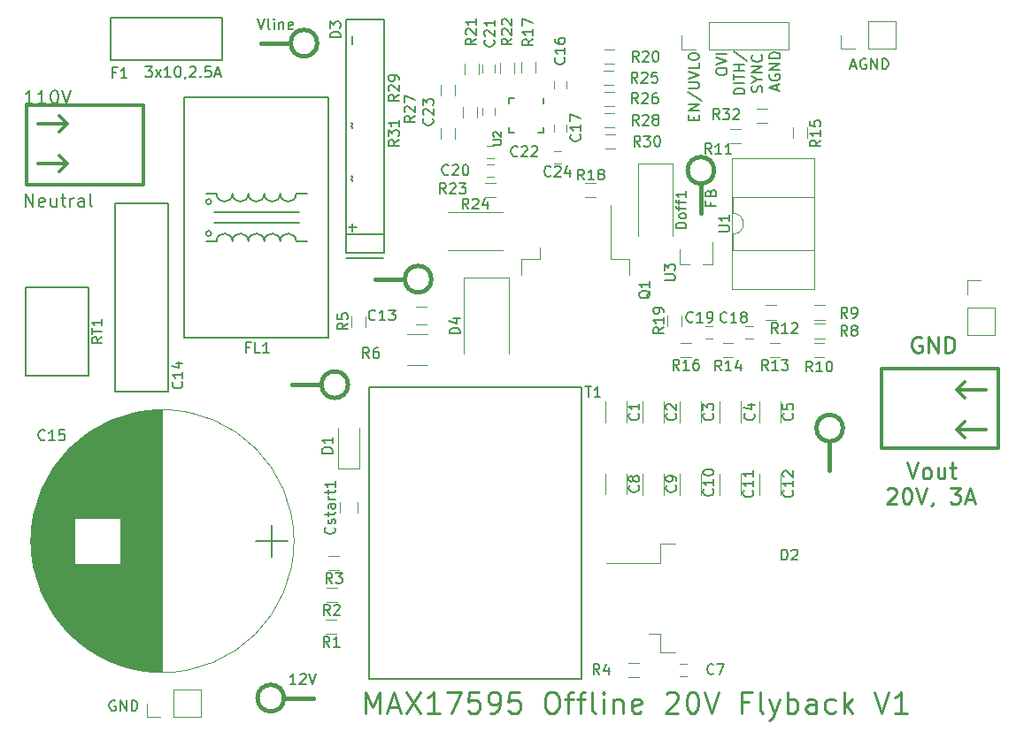
<source format=gbr>
G04 #@! TF.GenerationSoftware,KiCad,Pcbnew,(5.1.5)-3*
G04 #@! TF.CreationDate,2020-01-12T00:37:19-05:00*
G04 #@! TF.ProjectId,MAX17595_offline_20V_supply_v1,4d415831-3735-4393-955f-6f66666c696e,rev?*
G04 #@! TF.SameCoordinates,Original*
G04 #@! TF.FileFunction,Legend,Top*
G04 #@! TF.FilePolarity,Positive*
%FSLAX46Y46*%
G04 Gerber Fmt 4.6, Leading zero omitted, Abs format (unit mm)*
G04 Created by KiCad (PCBNEW (5.1.5)-3) date 2020-01-12 00:37:19*
%MOMM*%
%LPD*%
G04 APERTURE LIST*
%ADD10C,0.177800*%
%ADD11C,0.203200*%
%ADD12C,0.254000*%
%ADD13C,0.120000*%
%ADD14C,0.127000*%
%ADD15C,0.304800*%
%ADD16C,0.150000*%
%ADD17C,0.381000*%
%ADD18C,0.152400*%
G04 APERTURE END LIST*
D10*
X153149904Y-58589333D02*
X153633714Y-58589333D01*
X153053142Y-58879619D02*
X153391809Y-57863619D01*
X153730476Y-58879619D01*
X154601333Y-57912000D02*
X154504571Y-57863619D01*
X154359428Y-57863619D01*
X154214285Y-57912000D01*
X154117523Y-58008761D01*
X154069142Y-58105523D01*
X154020761Y-58299047D01*
X154020761Y-58444190D01*
X154069142Y-58637714D01*
X154117523Y-58734476D01*
X154214285Y-58831238D01*
X154359428Y-58879619D01*
X154456190Y-58879619D01*
X154601333Y-58831238D01*
X154649714Y-58782857D01*
X154649714Y-58444190D01*
X154456190Y-58444190D01*
X155085142Y-58879619D02*
X155085142Y-57863619D01*
X155665714Y-58879619D01*
X155665714Y-57863619D01*
X156149523Y-58879619D02*
X156149523Y-57863619D01*
X156391428Y-57863619D01*
X156536571Y-57912000D01*
X156633333Y-58008761D01*
X156681714Y-58105523D01*
X156730095Y-58299047D01*
X156730095Y-58444190D01*
X156681714Y-58637714D01*
X156633333Y-58734476D01*
X156536571Y-58831238D01*
X156391428Y-58879619D01*
X156149523Y-58879619D01*
X82791904Y-119380000D02*
X82695142Y-119331619D01*
X82550000Y-119331619D01*
X82404857Y-119380000D01*
X82308095Y-119476761D01*
X82259714Y-119573523D01*
X82211333Y-119767047D01*
X82211333Y-119912190D01*
X82259714Y-120105714D01*
X82308095Y-120202476D01*
X82404857Y-120299238D01*
X82550000Y-120347619D01*
X82646761Y-120347619D01*
X82791904Y-120299238D01*
X82840285Y-120250857D01*
X82840285Y-119912190D01*
X82646761Y-119912190D01*
X83275714Y-120347619D02*
X83275714Y-119331619D01*
X83856285Y-120347619D01*
X83856285Y-119331619D01*
X84340095Y-120347619D02*
X84340095Y-119331619D01*
X84582000Y-119331619D01*
X84727142Y-119380000D01*
X84823904Y-119476761D01*
X84872285Y-119573523D01*
X84920666Y-119767047D01*
X84920666Y-119912190D01*
X84872285Y-120105714D01*
X84823904Y-120202476D01*
X84727142Y-120299238D01*
X84582000Y-120347619D01*
X84340095Y-120347619D01*
D11*
X74936047Y-62169523D02*
X74210333Y-62169523D01*
X74573190Y-62169523D02*
X74573190Y-60899523D01*
X74452238Y-61080952D01*
X74331285Y-61201904D01*
X74210333Y-61262380D01*
X76145571Y-62169523D02*
X75419857Y-62169523D01*
X75782714Y-62169523D02*
X75782714Y-60899523D01*
X75661761Y-61080952D01*
X75540809Y-61201904D01*
X75419857Y-61262380D01*
X76931761Y-60899523D02*
X77052714Y-60899523D01*
X77173666Y-60960000D01*
X77234142Y-61020476D01*
X77294619Y-61141428D01*
X77355095Y-61383333D01*
X77355095Y-61685714D01*
X77294619Y-61927619D01*
X77234142Y-62048571D01*
X77173666Y-62109047D01*
X77052714Y-62169523D01*
X76931761Y-62169523D01*
X76810809Y-62109047D01*
X76750333Y-62048571D01*
X76689857Y-61927619D01*
X76629380Y-61685714D01*
X76629380Y-61383333D01*
X76689857Y-61141428D01*
X76750333Y-61020476D01*
X76810809Y-60960000D01*
X76931761Y-60899523D01*
X77717952Y-60899523D02*
X78141285Y-62169523D01*
X78564619Y-60899523D01*
X74198238Y-72075523D02*
X74198238Y-70805523D01*
X74923952Y-72075523D01*
X74923952Y-70805523D01*
X76012523Y-72015047D02*
X75891571Y-72075523D01*
X75649666Y-72075523D01*
X75528714Y-72015047D01*
X75468238Y-71894095D01*
X75468238Y-71410285D01*
X75528714Y-71289333D01*
X75649666Y-71228857D01*
X75891571Y-71228857D01*
X76012523Y-71289333D01*
X76073000Y-71410285D01*
X76073000Y-71531238D01*
X75468238Y-71652190D01*
X77161571Y-71228857D02*
X77161571Y-72075523D01*
X76617285Y-71228857D02*
X76617285Y-71894095D01*
X76677761Y-72015047D01*
X76798714Y-72075523D01*
X76980142Y-72075523D01*
X77101095Y-72015047D01*
X77161571Y-71954571D01*
X77584904Y-71228857D02*
X78068714Y-71228857D01*
X77766333Y-70805523D02*
X77766333Y-71894095D01*
X77826809Y-72015047D01*
X77947761Y-72075523D01*
X78068714Y-72075523D01*
X78492047Y-72075523D02*
X78492047Y-71228857D01*
X78492047Y-71470761D02*
X78552523Y-71349809D01*
X78613000Y-71289333D01*
X78733952Y-71228857D01*
X78854904Y-71228857D01*
X79822523Y-72075523D02*
X79822523Y-71410285D01*
X79762047Y-71289333D01*
X79641095Y-71228857D01*
X79399190Y-71228857D01*
X79278238Y-71289333D01*
X79822523Y-72015047D02*
X79701571Y-72075523D01*
X79399190Y-72075523D01*
X79278238Y-72015047D01*
X79217761Y-71894095D01*
X79217761Y-71773142D01*
X79278238Y-71652190D01*
X79399190Y-71591714D01*
X79701571Y-71591714D01*
X79822523Y-71531238D01*
X80608714Y-72075523D02*
X80487761Y-72015047D01*
X80427285Y-71894095D01*
X80427285Y-70805523D01*
D10*
X85676619Y-58625619D02*
X86305571Y-58625619D01*
X85966904Y-59012666D01*
X86112047Y-59012666D01*
X86208809Y-59061047D01*
X86257190Y-59109428D01*
X86305571Y-59206190D01*
X86305571Y-59448095D01*
X86257190Y-59544857D01*
X86208809Y-59593238D01*
X86112047Y-59641619D01*
X85821761Y-59641619D01*
X85725000Y-59593238D01*
X85676619Y-59544857D01*
X86644238Y-59641619D02*
X87176428Y-58964285D01*
X86644238Y-58964285D02*
X87176428Y-59641619D01*
X88095666Y-59641619D02*
X87515095Y-59641619D01*
X87805380Y-59641619D02*
X87805380Y-58625619D01*
X87708619Y-58770761D01*
X87611857Y-58867523D01*
X87515095Y-58915904D01*
X88724619Y-58625619D02*
X88821380Y-58625619D01*
X88918142Y-58674000D01*
X88966523Y-58722380D01*
X89014904Y-58819142D01*
X89063285Y-59012666D01*
X89063285Y-59254571D01*
X89014904Y-59448095D01*
X88966523Y-59544857D01*
X88918142Y-59593238D01*
X88821380Y-59641619D01*
X88724619Y-59641619D01*
X88627857Y-59593238D01*
X88579476Y-59544857D01*
X88531095Y-59448095D01*
X88482714Y-59254571D01*
X88482714Y-59012666D01*
X88531095Y-58819142D01*
X88579476Y-58722380D01*
X88627857Y-58674000D01*
X88724619Y-58625619D01*
X89547095Y-59593238D02*
X89547095Y-59641619D01*
X89498714Y-59738380D01*
X89450333Y-59786761D01*
X89934142Y-58722380D02*
X89982523Y-58674000D01*
X90079285Y-58625619D01*
X90321190Y-58625619D01*
X90417952Y-58674000D01*
X90466333Y-58722380D01*
X90514714Y-58819142D01*
X90514714Y-58915904D01*
X90466333Y-59061047D01*
X89885761Y-59641619D01*
X90514714Y-59641619D01*
X90950142Y-59544857D02*
X90998523Y-59593238D01*
X90950142Y-59641619D01*
X90901761Y-59593238D01*
X90950142Y-59544857D01*
X90950142Y-59641619D01*
X91917761Y-58625619D02*
X91433952Y-58625619D01*
X91385571Y-59109428D01*
X91433952Y-59061047D01*
X91530714Y-59012666D01*
X91772619Y-59012666D01*
X91869380Y-59061047D01*
X91917761Y-59109428D01*
X91966142Y-59206190D01*
X91966142Y-59448095D01*
X91917761Y-59544857D01*
X91869380Y-59593238D01*
X91772619Y-59641619D01*
X91530714Y-59641619D01*
X91433952Y-59593238D01*
X91385571Y-59544857D01*
X92353190Y-59351333D02*
X92837000Y-59351333D01*
X92256428Y-59641619D02*
X92595095Y-58625619D01*
X92933761Y-59641619D01*
D12*
X156645428Y-99132571D02*
X156718000Y-99060000D01*
X156863142Y-98987428D01*
X157226000Y-98987428D01*
X157371142Y-99060000D01*
X157443714Y-99132571D01*
X157516285Y-99277714D01*
X157516285Y-99422857D01*
X157443714Y-99640571D01*
X156572857Y-100511428D01*
X157516285Y-100511428D01*
X158459714Y-98987428D02*
X158604857Y-98987428D01*
X158750000Y-99060000D01*
X158822571Y-99132571D01*
X158895142Y-99277714D01*
X158967714Y-99568000D01*
X158967714Y-99930857D01*
X158895142Y-100221142D01*
X158822571Y-100366285D01*
X158750000Y-100438857D01*
X158604857Y-100511428D01*
X158459714Y-100511428D01*
X158314571Y-100438857D01*
X158242000Y-100366285D01*
X158169428Y-100221142D01*
X158096857Y-99930857D01*
X158096857Y-99568000D01*
X158169428Y-99277714D01*
X158242000Y-99132571D01*
X158314571Y-99060000D01*
X158459714Y-98987428D01*
X159403142Y-98987428D02*
X159911142Y-100511428D01*
X160419142Y-98987428D01*
X160999714Y-100438857D02*
X160999714Y-100511428D01*
X160927142Y-100656571D01*
X160854571Y-100729142D01*
X162668857Y-98987428D02*
X163612285Y-98987428D01*
X163104285Y-99568000D01*
X163322000Y-99568000D01*
X163467142Y-99640571D01*
X163539714Y-99713142D01*
X163612285Y-99858285D01*
X163612285Y-100221142D01*
X163539714Y-100366285D01*
X163467142Y-100438857D01*
X163322000Y-100511428D01*
X162886571Y-100511428D01*
X162741428Y-100438857D01*
X162668857Y-100366285D01*
X164192857Y-100076000D02*
X164918571Y-100076000D01*
X164047714Y-100511428D02*
X164555714Y-98987428D01*
X165063714Y-100511428D01*
X106752571Y-120553238D02*
X106752571Y-118521238D01*
X107429904Y-119972666D01*
X108107238Y-118521238D01*
X108107238Y-120553238D01*
X108978095Y-119972666D02*
X109945714Y-119972666D01*
X108784571Y-120553238D02*
X109461904Y-118521238D01*
X110139238Y-120553238D01*
X110623047Y-118521238D02*
X111977714Y-120553238D01*
X111977714Y-118521238D02*
X110623047Y-120553238D01*
X113816190Y-120553238D02*
X112655047Y-120553238D01*
X113235619Y-120553238D02*
X113235619Y-118521238D01*
X113042095Y-118811523D01*
X112848571Y-119005047D01*
X112655047Y-119101809D01*
X114493523Y-118521238D02*
X115848190Y-118521238D01*
X114977333Y-120553238D01*
X117589904Y-118521238D02*
X116622285Y-118521238D01*
X116525523Y-119488857D01*
X116622285Y-119392095D01*
X116815809Y-119295333D01*
X117299619Y-119295333D01*
X117493142Y-119392095D01*
X117589904Y-119488857D01*
X117686666Y-119682380D01*
X117686666Y-120166190D01*
X117589904Y-120359714D01*
X117493142Y-120456476D01*
X117299619Y-120553238D01*
X116815809Y-120553238D01*
X116622285Y-120456476D01*
X116525523Y-120359714D01*
X118654285Y-120553238D02*
X119041333Y-120553238D01*
X119234857Y-120456476D01*
X119331619Y-120359714D01*
X119525142Y-120069428D01*
X119621904Y-119682380D01*
X119621904Y-118908285D01*
X119525142Y-118714761D01*
X119428380Y-118618000D01*
X119234857Y-118521238D01*
X118847809Y-118521238D01*
X118654285Y-118618000D01*
X118557523Y-118714761D01*
X118460761Y-118908285D01*
X118460761Y-119392095D01*
X118557523Y-119585619D01*
X118654285Y-119682380D01*
X118847809Y-119779142D01*
X119234857Y-119779142D01*
X119428380Y-119682380D01*
X119525142Y-119585619D01*
X119621904Y-119392095D01*
X121460380Y-118521238D02*
X120492761Y-118521238D01*
X120395999Y-119488857D01*
X120492761Y-119392095D01*
X120686285Y-119295333D01*
X121170095Y-119295333D01*
X121363619Y-119392095D01*
X121460380Y-119488857D01*
X121557142Y-119682380D01*
X121557142Y-120166190D01*
X121460380Y-120359714D01*
X121363619Y-120456476D01*
X121170095Y-120553238D01*
X120686285Y-120553238D01*
X120492761Y-120456476D01*
X120395999Y-120359714D01*
X124363238Y-118521238D02*
X124750285Y-118521238D01*
X124943809Y-118618000D01*
X125137333Y-118811523D01*
X125234095Y-119198571D01*
X125234095Y-119875904D01*
X125137333Y-120262952D01*
X124943809Y-120456476D01*
X124750285Y-120553238D01*
X124363238Y-120553238D01*
X124169714Y-120456476D01*
X123976190Y-120262952D01*
X123879428Y-119875904D01*
X123879428Y-119198571D01*
X123976190Y-118811523D01*
X124169714Y-118618000D01*
X124363238Y-118521238D01*
X125814666Y-119198571D02*
X126588761Y-119198571D01*
X126104952Y-120553238D02*
X126104952Y-118811523D01*
X126201714Y-118618000D01*
X126395238Y-118521238D01*
X126588761Y-118521238D01*
X126975809Y-119198571D02*
X127749904Y-119198571D01*
X127266095Y-120553238D02*
X127266095Y-118811523D01*
X127362857Y-118618000D01*
X127556380Y-118521238D01*
X127749904Y-118521238D01*
X128717523Y-120553238D02*
X128524000Y-120456476D01*
X128427238Y-120262952D01*
X128427238Y-118521238D01*
X129491619Y-120553238D02*
X129491619Y-119198571D01*
X129491619Y-118521238D02*
X129394857Y-118618000D01*
X129491619Y-118714761D01*
X129588380Y-118618000D01*
X129491619Y-118521238D01*
X129491619Y-118714761D01*
X130459238Y-119198571D02*
X130459238Y-120553238D01*
X130459238Y-119392095D02*
X130556000Y-119295333D01*
X130749523Y-119198571D01*
X131039809Y-119198571D01*
X131233333Y-119295333D01*
X131330095Y-119488857D01*
X131330095Y-120553238D01*
X133071809Y-120456476D02*
X132878285Y-120553238D01*
X132491238Y-120553238D01*
X132297714Y-120456476D01*
X132200952Y-120262952D01*
X132200952Y-119488857D01*
X132297714Y-119295333D01*
X132491238Y-119198571D01*
X132878285Y-119198571D01*
X133071809Y-119295333D01*
X133168571Y-119488857D01*
X133168571Y-119682380D01*
X132200952Y-119875904D01*
X135490857Y-118714761D02*
X135587619Y-118618000D01*
X135781142Y-118521238D01*
X136264952Y-118521238D01*
X136458476Y-118618000D01*
X136555238Y-118714761D01*
X136652000Y-118908285D01*
X136652000Y-119101809D01*
X136555238Y-119392095D01*
X135394095Y-120553238D01*
X136652000Y-120553238D01*
X137909904Y-118521238D02*
X138103428Y-118521238D01*
X138296952Y-118618000D01*
X138393714Y-118714761D01*
X138490476Y-118908285D01*
X138587238Y-119295333D01*
X138587238Y-119779142D01*
X138490476Y-120166190D01*
X138393714Y-120359714D01*
X138296952Y-120456476D01*
X138103428Y-120553238D01*
X137909904Y-120553238D01*
X137716380Y-120456476D01*
X137619619Y-120359714D01*
X137522857Y-120166190D01*
X137426095Y-119779142D01*
X137426095Y-119295333D01*
X137522857Y-118908285D01*
X137619619Y-118714761D01*
X137716380Y-118618000D01*
X137909904Y-118521238D01*
X139167809Y-118521238D02*
X139845142Y-120553238D01*
X140522476Y-118521238D01*
X143425333Y-119488857D02*
X142748000Y-119488857D01*
X142748000Y-120553238D02*
X142748000Y-118521238D01*
X143715619Y-118521238D01*
X144780000Y-120553238D02*
X144586476Y-120456476D01*
X144489714Y-120262952D01*
X144489714Y-118521238D01*
X145360571Y-119198571D02*
X145844380Y-120553238D01*
X146328190Y-119198571D02*
X145844380Y-120553238D01*
X145650857Y-121037047D01*
X145554095Y-121133809D01*
X145360571Y-121230571D01*
X147102285Y-120553238D02*
X147102285Y-118521238D01*
X147102285Y-119295333D02*
X147295809Y-119198571D01*
X147682857Y-119198571D01*
X147876380Y-119295333D01*
X147973142Y-119392095D01*
X148069904Y-119585619D01*
X148069904Y-120166190D01*
X147973142Y-120359714D01*
X147876380Y-120456476D01*
X147682857Y-120553238D01*
X147295809Y-120553238D01*
X147102285Y-120456476D01*
X149811619Y-120553238D02*
X149811619Y-119488857D01*
X149714857Y-119295333D01*
X149521333Y-119198571D01*
X149134285Y-119198571D01*
X148940761Y-119295333D01*
X149811619Y-120456476D02*
X149618095Y-120553238D01*
X149134285Y-120553238D01*
X148940761Y-120456476D01*
X148844000Y-120262952D01*
X148844000Y-120069428D01*
X148940761Y-119875904D01*
X149134285Y-119779142D01*
X149618095Y-119779142D01*
X149811619Y-119682380D01*
X151650095Y-120456476D02*
X151456571Y-120553238D01*
X151069523Y-120553238D01*
X150876000Y-120456476D01*
X150779238Y-120359714D01*
X150682476Y-120166190D01*
X150682476Y-119585619D01*
X150779238Y-119392095D01*
X150876000Y-119295333D01*
X151069523Y-119198571D01*
X151456571Y-119198571D01*
X151650095Y-119295333D01*
X152520952Y-120553238D02*
X152520952Y-118521238D01*
X152714476Y-119779142D02*
X153295047Y-120553238D01*
X153295047Y-119198571D02*
X152520952Y-119972666D01*
X155423809Y-118521238D02*
X156101142Y-120553238D01*
X156778476Y-118521238D01*
X158520190Y-120553238D02*
X157359047Y-120553238D01*
X157939619Y-120553238D02*
X157939619Y-118521238D01*
X157746095Y-118811523D01*
X157552571Y-119005047D01*
X157359047Y-119101809D01*
D10*
X96429285Y-54053619D02*
X96767952Y-55069619D01*
X97106619Y-54053619D01*
X97590428Y-55069619D02*
X97493666Y-55021238D01*
X97445285Y-54924476D01*
X97445285Y-54053619D01*
X97977476Y-55069619D02*
X97977476Y-54392285D01*
X97977476Y-54053619D02*
X97929095Y-54102000D01*
X97977476Y-54150380D01*
X98025857Y-54102000D01*
X97977476Y-54053619D01*
X97977476Y-54150380D01*
X98461285Y-54392285D02*
X98461285Y-55069619D01*
X98461285Y-54489047D02*
X98509666Y-54440666D01*
X98606428Y-54392285D01*
X98751571Y-54392285D01*
X98848333Y-54440666D01*
X98896714Y-54537428D01*
X98896714Y-55069619D01*
X99767571Y-55021238D02*
X99670809Y-55069619D01*
X99477285Y-55069619D01*
X99380523Y-55021238D01*
X99332142Y-54924476D01*
X99332142Y-54537428D01*
X99380523Y-54440666D01*
X99477285Y-54392285D01*
X99670809Y-54392285D01*
X99767571Y-54440666D01*
X99815952Y-54537428D01*
X99815952Y-54634190D01*
X99332142Y-54730952D01*
D12*
X159874857Y-84582000D02*
X159729714Y-84509428D01*
X159512000Y-84509428D01*
X159294285Y-84582000D01*
X159149142Y-84727142D01*
X159076571Y-84872285D01*
X159004000Y-85162571D01*
X159004000Y-85380285D01*
X159076571Y-85670571D01*
X159149142Y-85815714D01*
X159294285Y-85960857D01*
X159512000Y-86033428D01*
X159657142Y-86033428D01*
X159874857Y-85960857D01*
X159947428Y-85888285D01*
X159947428Y-85380285D01*
X159657142Y-85380285D01*
X160600571Y-86033428D02*
X160600571Y-84509428D01*
X161471428Y-86033428D01*
X161471428Y-84509428D01*
X162197142Y-86033428D02*
X162197142Y-84509428D01*
X162560000Y-84509428D01*
X162777714Y-84582000D01*
X162922857Y-84727142D01*
X162995428Y-84872285D01*
X163068000Y-85162571D01*
X163068000Y-85380285D01*
X162995428Y-85670571D01*
X162922857Y-85815714D01*
X162777714Y-85960857D01*
X162560000Y-86033428D01*
X162197142Y-86033428D01*
X158586714Y-96574428D02*
X159094714Y-98098428D01*
X159602714Y-96574428D01*
X160328428Y-98098428D02*
X160183285Y-98025857D01*
X160110714Y-97953285D01*
X160038142Y-97808142D01*
X160038142Y-97372714D01*
X160110714Y-97227571D01*
X160183285Y-97155000D01*
X160328428Y-97082428D01*
X160546142Y-97082428D01*
X160691285Y-97155000D01*
X160763857Y-97227571D01*
X160836428Y-97372714D01*
X160836428Y-97808142D01*
X160763857Y-97953285D01*
X160691285Y-98025857D01*
X160546142Y-98098428D01*
X160328428Y-98098428D01*
X162142714Y-97082428D02*
X162142714Y-98098428D01*
X161489571Y-97082428D02*
X161489571Y-97880714D01*
X161562142Y-98025857D01*
X161707285Y-98098428D01*
X161925000Y-98098428D01*
X162070142Y-98025857D01*
X162142714Y-97953285D01*
X162650714Y-97082428D02*
X163231285Y-97082428D01*
X162868428Y-96574428D02*
X162868428Y-97880714D01*
X162941000Y-98025857D01*
X163086142Y-98098428D01*
X163231285Y-98098428D01*
D10*
X100082047Y-117807619D02*
X99501476Y-117807619D01*
X99791761Y-117807619D02*
X99791761Y-116791619D01*
X99695000Y-116936761D01*
X99598238Y-117033523D01*
X99501476Y-117081904D01*
X100469095Y-116888380D02*
X100517476Y-116840000D01*
X100614238Y-116791619D01*
X100856142Y-116791619D01*
X100952904Y-116840000D01*
X101001285Y-116888380D01*
X101049666Y-116985142D01*
X101049666Y-117081904D01*
X101001285Y-117227047D01*
X100420714Y-117807619D01*
X101049666Y-117807619D01*
X101339952Y-116791619D02*
X101678619Y-117807619D01*
X102017285Y-116791619D01*
X139754428Y-71609857D02*
X139754428Y-71948523D01*
X140286619Y-71948523D02*
X139270619Y-71948523D01*
X139270619Y-71464714D01*
X139754428Y-70739000D02*
X139802809Y-70593857D01*
X139851190Y-70545476D01*
X139947952Y-70497095D01*
X140093095Y-70497095D01*
X140189857Y-70545476D01*
X140238238Y-70593857D01*
X140286619Y-70690619D01*
X140286619Y-71077666D01*
X139270619Y-71077666D01*
X139270619Y-70739000D01*
X139319000Y-70642238D01*
X139367380Y-70593857D01*
X139464142Y-70545476D01*
X139560904Y-70545476D01*
X139657666Y-70593857D01*
X139706047Y-70642238D01*
X139754428Y-70739000D01*
X139754428Y-71077666D01*
X138103428Y-63772142D02*
X138103428Y-63433476D01*
X138635619Y-63288333D02*
X138635619Y-63772142D01*
X137619619Y-63772142D01*
X137619619Y-63288333D01*
X138635619Y-62852904D02*
X137619619Y-62852904D01*
X138635619Y-62272333D01*
X137619619Y-62272333D01*
X137571238Y-61062809D02*
X138877523Y-61933666D01*
X137619619Y-60724142D02*
X138442095Y-60724142D01*
X138538857Y-60675761D01*
X138587238Y-60627380D01*
X138635619Y-60530619D01*
X138635619Y-60337095D01*
X138587238Y-60240333D01*
X138538857Y-60191952D01*
X138442095Y-60143571D01*
X137619619Y-60143571D01*
X137619619Y-59804904D02*
X138635619Y-59466238D01*
X137619619Y-59127571D01*
X138635619Y-58305095D02*
X138635619Y-58788904D01*
X137619619Y-58788904D01*
X137619619Y-57772904D02*
X137619619Y-57579380D01*
X137668000Y-57482619D01*
X137764761Y-57385857D01*
X137958285Y-57337476D01*
X138296952Y-57337476D01*
X138490476Y-57385857D01*
X138587238Y-57482619D01*
X138635619Y-57579380D01*
X138635619Y-57772904D01*
X138587238Y-57869666D01*
X138490476Y-57966428D01*
X138296952Y-58014809D01*
X137958285Y-58014809D01*
X137764761Y-57966428D01*
X137668000Y-57869666D01*
X137619619Y-57772904D01*
X140286619Y-59188047D02*
X140286619Y-58994523D01*
X140335000Y-58897761D01*
X140431761Y-58801000D01*
X140625285Y-58752619D01*
X140963952Y-58752619D01*
X141157476Y-58801000D01*
X141254238Y-58897761D01*
X141302619Y-58994523D01*
X141302619Y-59188047D01*
X141254238Y-59284809D01*
X141157476Y-59381571D01*
X140963952Y-59429952D01*
X140625285Y-59429952D01*
X140431761Y-59381571D01*
X140335000Y-59284809D01*
X140286619Y-59188047D01*
X140286619Y-58462333D02*
X141302619Y-58123666D01*
X140286619Y-57785000D01*
X141302619Y-57446333D02*
X140286619Y-57446333D01*
X142991719Y-61268428D02*
X141975719Y-61268428D01*
X141975719Y-61026523D01*
X142024100Y-60881380D01*
X142120861Y-60784619D01*
X142217623Y-60736238D01*
X142411147Y-60687857D01*
X142556290Y-60687857D01*
X142749814Y-60736238D01*
X142846576Y-60784619D01*
X142943338Y-60881380D01*
X142991719Y-61026523D01*
X142991719Y-61268428D01*
X142991719Y-60252428D02*
X141975719Y-60252428D01*
X141975719Y-59913761D02*
X141975719Y-59333190D01*
X142991719Y-59623476D02*
X141975719Y-59623476D01*
X142991719Y-58994523D02*
X141975719Y-58994523D01*
X142459528Y-58994523D02*
X142459528Y-58413952D01*
X142991719Y-58413952D02*
X141975719Y-58413952D01*
X141927338Y-57204428D02*
X143233623Y-58075285D01*
X144645138Y-61074904D02*
X144693519Y-60929761D01*
X144693519Y-60687857D01*
X144645138Y-60591095D01*
X144596757Y-60542714D01*
X144499995Y-60494333D01*
X144403233Y-60494333D01*
X144306471Y-60542714D01*
X144258090Y-60591095D01*
X144209709Y-60687857D01*
X144161328Y-60881380D01*
X144112947Y-60978142D01*
X144064566Y-61026523D01*
X143967804Y-61074904D01*
X143871042Y-61074904D01*
X143774280Y-61026523D01*
X143725900Y-60978142D01*
X143677519Y-60881380D01*
X143677519Y-60639476D01*
X143725900Y-60494333D01*
X144209709Y-59865380D02*
X144693519Y-59865380D01*
X143677519Y-60204047D02*
X144209709Y-59865380D01*
X143677519Y-59526714D01*
X144693519Y-59188047D02*
X143677519Y-59188047D01*
X144693519Y-58607476D01*
X143677519Y-58607476D01*
X144596757Y-57543095D02*
X144645138Y-57591476D01*
X144693519Y-57736619D01*
X144693519Y-57833380D01*
X144645138Y-57978523D01*
X144548376Y-58075285D01*
X144451614Y-58123666D01*
X144258090Y-58172047D01*
X144112947Y-58172047D01*
X143919423Y-58123666D01*
X143822661Y-58075285D01*
X143725900Y-57978523D01*
X143677519Y-57833380D01*
X143677519Y-57736619D01*
X143725900Y-57591476D01*
X143774280Y-57543095D01*
X146092333Y-60845095D02*
X146092333Y-60361285D01*
X146382619Y-60941857D02*
X145366619Y-60603190D01*
X146382619Y-60264523D01*
X145415000Y-59393666D02*
X145366619Y-59490428D01*
X145366619Y-59635571D01*
X145415000Y-59780714D01*
X145511761Y-59877476D01*
X145608523Y-59925857D01*
X145802047Y-59974238D01*
X145947190Y-59974238D01*
X146140714Y-59925857D01*
X146237476Y-59877476D01*
X146334238Y-59780714D01*
X146382619Y-59635571D01*
X146382619Y-59538809D01*
X146334238Y-59393666D01*
X146285857Y-59345285D01*
X145947190Y-59345285D01*
X145947190Y-59538809D01*
X146382619Y-58909857D02*
X145366619Y-58909857D01*
X146382619Y-58329285D01*
X145366619Y-58329285D01*
X146382619Y-57845476D02*
X145366619Y-57845476D01*
X145366619Y-57603571D01*
X145415000Y-57458428D01*
X145511761Y-57361666D01*
X145608523Y-57313285D01*
X145802047Y-57264904D01*
X145947190Y-57264904D01*
X146140714Y-57313285D01*
X146237476Y-57361666D01*
X146334238Y-57458428D01*
X146382619Y-57603571D01*
X146382619Y-57845476D01*
D13*
X123406800Y-77060000D02*
X123406800Y-75960000D01*
X121596800Y-77060000D02*
X123406800Y-77060000D01*
X121596800Y-78560000D02*
X121596800Y-77060000D01*
X130186800Y-77060000D02*
X130186800Y-71935000D01*
X131996800Y-77060000D02*
X130186800Y-77060000D01*
X131996800Y-78560000D02*
X131996800Y-77060000D01*
D14*
X107061000Y-117246400D02*
X107061000Y-89306400D01*
X127381000Y-117246400D02*
X107061000Y-117246400D01*
X127381000Y-89306400D02*
X127381000Y-117246400D01*
X107061000Y-89306400D02*
X127381000Y-89306400D01*
X99295000Y-104050000D02*
X96247000Y-104050000D01*
X97771000Y-103034000D02*
X97771000Y-102526000D01*
X97771000Y-105574000D02*
X97771000Y-103034000D01*
D13*
X81978000Y-101910000D02*
X81978000Y-92719000D01*
X82338000Y-101910000D02*
X82338000Y-92558000D01*
X82338000Y-115622000D02*
X82338000Y-106270000D01*
X81858000Y-101910000D02*
X81858000Y-92775000D01*
X82298000Y-115605000D02*
X82298000Y-106270000D01*
X81898000Y-101910000D02*
X81898000Y-92756000D01*
X82098000Y-115516000D02*
X82098000Y-106270000D01*
X82378000Y-115639000D02*
X82378000Y-106270000D01*
X81618000Y-101910000D02*
X81618000Y-92894000D01*
X81738000Y-101910000D02*
X81738000Y-92834000D01*
X81938000Y-101910000D02*
X81938000Y-92737000D01*
X81538000Y-115246000D02*
X81538000Y-106270000D01*
X82098000Y-101910000D02*
X82098000Y-92664000D01*
X82178000Y-101910000D02*
X82178000Y-92628000D01*
X81418000Y-115183000D02*
X81418000Y-106270000D01*
X81578000Y-101910000D02*
X81578000Y-92914000D01*
X82258000Y-115588000D02*
X82258000Y-106270000D01*
X81378000Y-101910000D02*
X81378000Y-93018000D01*
X82298000Y-101910000D02*
X82298000Y-92575000D01*
X82378000Y-101910000D02*
X82378000Y-92541000D01*
X82418000Y-101910000D02*
X82418000Y-92524000D01*
X82418000Y-115656000D02*
X82418000Y-106270000D01*
X82138000Y-101910000D02*
X82138000Y-92645000D01*
X82458000Y-101910000D02*
X82458000Y-92507000D01*
X81858000Y-115405000D02*
X81858000Y-106270000D01*
X81938000Y-115443000D02*
X81938000Y-106270000D01*
X81458000Y-115204000D02*
X81458000Y-106270000D01*
X82258000Y-101910000D02*
X82258000Y-92592000D01*
X82498000Y-101910000D02*
X82498000Y-92490000D01*
X81378000Y-115162000D02*
X81378000Y-106270000D01*
X81658000Y-115307000D02*
X81658000Y-106270000D01*
X81698000Y-115326000D02*
X81698000Y-106270000D01*
X82018000Y-101910000D02*
X82018000Y-92700000D01*
X81458000Y-101910000D02*
X81458000Y-92976000D01*
X82018000Y-115480000D02*
X82018000Y-106270000D01*
X82538000Y-101910000D02*
X82538000Y-92474000D01*
X82618000Y-115738000D02*
X82618000Y-106270000D01*
X81498000Y-115225000D02*
X81498000Y-106270000D01*
X82578000Y-101910000D02*
X82578000Y-92458000D01*
X82138000Y-115535000D02*
X82138000Y-106270000D01*
X82218000Y-115570000D02*
X82218000Y-106270000D01*
X81818000Y-101910000D02*
X81818000Y-92795000D01*
X81578000Y-115266000D02*
X81578000Y-106270000D01*
X81618000Y-115286000D02*
X81618000Y-106270000D01*
X81658000Y-101910000D02*
X81658000Y-92873000D01*
X81698000Y-101910000D02*
X81698000Y-92854000D01*
X81778000Y-115366000D02*
X81778000Y-106270000D01*
X82058000Y-101910000D02*
X82058000Y-92682000D01*
X82058000Y-115498000D02*
X82058000Y-106270000D01*
X81538000Y-101910000D02*
X81538000Y-92934000D01*
X81898000Y-115424000D02*
X81898000Y-106270000D01*
X82178000Y-115552000D02*
X82178000Y-106270000D01*
X82218000Y-101910000D02*
X82218000Y-92610000D01*
X81498000Y-101910000D02*
X81498000Y-92955000D01*
X81818000Y-115385000D02*
X81818000Y-106270000D01*
X81778000Y-101910000D02*
X81778000Y-92814000D01*
X82458000Y-115673000D02*
X82458000Y-106270000D01*
X81738000Y-115346000D02*
X81738000Y-106270000D01*
X82498000Y-115690000D02*
X82498000Y-106270000D01*
X82538000Y-115706000D02*
X82538000Y-106270000D01*
X81418000Y-101910000D02*
X81418000Y-92997000D01*
X81978000Y-115461000D02*
X81978000Y-106270000D01*
X82578000Y-115722000D02*
X82578000Y-106270000D01*
X82618000Y-101910000D02*
X82618000Y-92442000D01*
X83338000Y-101910000D02*
X83338000Y-92178000D01*
X83658000Y-101910000D02*
X83658000Y-92077000D01*
X83738000Y-101910000D02*
X83738000Y-92053000D01*
X83778000Y-101910000D02*
X83778000Y-92042000D01*
X83298000Y-101910000D02*
X83298000Y-92192000D01*
X82698000Y-101910000D02*
X82698000Y-92410000D01*
X82698000Y-115770000D02*
X82698000Y-106270000D01*
X83738000Y-116127000D02*
X83738000Y-106270000D01*
X83778000Y-116138000D02*
X83778000Y-92042000D01*
X83818000Y-101910000D02*
X83818000Y-92030000D01*
X83818000Y-116150000D02*
X83818000Y-91990000D01*
X83298000Y-115988000D02*
X83298000Y-92192000D01*
X83418000Y-116028000D02*
X83418000Y-92152000D01*
X82938000Y-101910000D02*
X82938000Y-92319000D01*
X83858000Y-101910000D02*
X83858000Y-92019000D01*
X83858000Y-116161000D02*
X83858000Y-106270000D01*
X83898000Y-101910000D02*
X83898000Y-92007000D01*
X83418000Y-101910000D02*
X83418000Y-92152000D01*
X83538000Y-101910000D02*
X83538000Y-92114000D01*
X83578000Y-116078000D02*
X83578000Y-106270000D01*
X83098000Y-101910000D02*
X83098000Y-92261000D01*
X83658000Y-116103000D02*
X83658000Y-106270000D01*
X83058000Y-101910000D02*
X83058000Y-92275000D01*
X83898000Y-116173000D02*
X83898000Y-92007000D01*
X82658000Y-101910000D02*
X82658000Y-92426000D01*
X82738000Y-101910000D02*
X82738000Y-92394000D01*
X82858000Y-115832000D02*
X82858000Y-106270000D01*
X82898000Y-115847000D02*
X82898000Y-106270000D01*
X82858000Y-101910000D02*
X82858000Y-92348000D01*
X83058000Y-115905000D02*
X83058000Y-106265000D01*
X83218000Y-101910000D02*
X83218000Y-92219000D01*
X83258000Y-115975000D02*
X83258000Y-92190000D01*
X83378000Y-101910000D02*
X83378000Y-92165000D01*
X83098000Y-115919000D02*
X83099000Y-106265000D01*
X82818000Y-101910000D02*
X82818000Y-92364000D01*
X83018000Y-115891000D02*
X83018000Y-106270000D01*
X82778000Y-101910000D02*
X82778000Y-92379000D01*
X83458000Y-101910000D02*
X83458000Y-92139000D01*
X82898000Y-101910000D02*
X82898000Y-92333000D01*
X83458000Y-116041000D02*
X83458000Y-92139000D01*
X83618000Y-116091000D02*
X83618000Y-92090000D01*
X83018000Y-101910000D02*
X83018000Y-92289000D01*
X83578000Y-101910000D02*
X83578000Y-92102000D01*
X82978000Y-101910000D02*
X82978000Y-92304000D01*
X83138000Y-101910000D02*
X83138000Y-92247000D01*
X83538000Y-116066000D02*
X83538000Y-92114000D01*
X82778000Y-115801000D02*
X82778000Y-106270000D01*
X82818000Y-115816000D02*
X82818000Y-106270000D01*
X82978000Y-115876000D02*
X82978000Y-106270000D01*
X82938000Y-115861000D02*
X82938000Y-106270000D01*
X82738000Y-115786000D02*
X82738000Y-106270000D01*
X83138000Y-115933000D02*
X83138000Y-106265000D01*
X82658000Y-115754000D02*
X82658000Y-106270000D01*
X83178000Y-101910000D02*
X83178000Y-92233000D01*
X83218000Y-115961000D02*
X83224000Y-106265000D01*
X83378000Y-116015000D02*
X83378000Y-92165000D01*
X83498000Y-101910000D02*
X83498000Y-92127000D01*
X83498000Y-116053000D02*
X83498000Y-92127000D01*
X83178000Y-115947000D02*
X83199000Y-106290000D01*
X83618000Y-101910000D02*
X83618000Y-92089000D01*
X83698000Y-101910000D02*
X83698000Y-92065000D01*
X83258000Y-101910000D02*
X83258000Y-92205000D01*
X83338000Y-116002000D02*
X83338000Y-92190000D01*
X83698000Y-116115000D02*
X83698000Y-92065000D01*
X83978000Y-101910000D02*
X83978000Y-91985000D01*
X84538000Y-116334000D02*
X84538000Y-91846000D01*
X85178000Y-116461000D02*
X85178000Y-91719000D01*
X84018000Y-116206000D02*
X84018000Y-106270000D01*
X85298000Y-116481000D02*
X85298000Y-91699000D01*
X85138000Y-116454000D02*
X85138000Y-91726000D01*
X84698000Y-116369000D02*
X84698000Y-91811000D01*
X84658000Y-116361000D02*
X84658000Y-91819000D01*
X85338000Y-116487000D02*
X85338000Y-91693000D01*
X84858000Y-116402000D02*
X84858000Y-91778000D01*
X83938000Y-116184000D02*
X83938000Y-91996000D01*
X84738000Y-116377000D02*
X84738000Y-91803000D01*
X85018000Y-116432000D02*
X85018000Y-91748000D01*
X85418000Y-116499000D02*
X85418000Y-91681000D01*
X84218000Y-116258000D02*
X84218000Y-91890000D01*
X84018000Y-101910000D02*
X84018000Y-91974000D01*
X85458000Y-116505000D02*
X85458000Y-91675000D01*
X85538000Y-116517000D02*
X85538000Y-91663000D01*
X85578000Y-116522000D02*
X85578000Y-91658000D01*
X85618000Y-116528000D02*
X85618000Y-91652000D01*
X85658000Y-116533000D02*
X85658000Y-91647000D01*
X85738000Y-116543000D02*
X85738000Y-91637000D01*
X85778000Y-116548000D02*
X85778000Y-91632000D01*
X85818000Y-116553000D02*
X85818000Y-91627000D01*
X84498000Y-116325000D02*
X84498000Y-91855000D01*
X84578000Y-116343000D02*
X84578000Y-91837000D01*
X85218000Y-116467000D02*
X85218000Y-91713000D01*
X85098000Y-116447000D02*
X85098000Y-91733000D01*
X84058000Y-116216000D02*
X84058000Y-91964000D01*
X84378000Y-116297000D02*
X84378000Y-106270000D01*
X85258000Y-116474000D02*
X85258000Y-91706000D01*
X85858000Y-116558000D02*
X85858000Y-91622000D01*
X83978000Y-116195000D02*
X83978000Y-91990000D01*
X85698000Y-116538000D02*
X85698000Y-91642000D01*
X85898000Y-116562000D02*
X85898000Y-91618000D01*
X85058000Y-116440000D02*
X85058000Y-91740000D01*
X84618000Y-116352000D02*
X84618000Y-91828000D01*
X84178000Y-116248000D02*
X84178000Y-106270000D01*
X84298000Y-116278000D02*
X84298000Y-91890000D01*
X85378000Y-116493000D02*
X85378000Y-91687000D01*
X85498000Y-116511000D02*
X85498000Y-91669000D01*
X84098000Y-101910000D02*
X84098000Y-91953000D01*
X84258000Y-116268000D02*
X84258000Y-91890000D01*
X84138000Y-116237000D02*
X84138000Y-91943000D01*
X84058000Y-101910000D02*
X84058000Y-91964000D01*
X84138000Y-101910000D02*
X84138000Y-91943000D01*
X83938000Y-101910000D02*
X83938000Y-91996000D01*
X84458000Y-116316000D02*
X84458000Y-106270000D01*
X84778000Y-116386000D02*
X84778000Y-91794000D01*
X84418000Y-116307000D02*
X84418000Y-91890000D01*
X84818000Y-116394000D02*
X84818000Y-91786000D01*
X84338000Y-116288000D02*
X84338000Y-91890000D01*
X84898000Y-116410000D02*
X84898000Y-91770000D01*
X84098000Y-116227000D02*
X84098000Y-91953000D01*
X84938000Y-116417000D02*
X84938000Y-91763000D01*
X84978000Y-116425000D02*
X84978000Y-91755000D01*
X86699000Y-116626000D02*
X86699000Y-91554000D01*
X86979000Y-116636000D02*
X86979000Y-91544000D01*
X87059000Y-116638000D02*
X87059000Y-91542000D01*
X86619000Y-116622000D02*
X86619000Y-91558000D01*
X86899000Y-116634000D02*
X86899000Y-91546000D01*
X87099000Y-116639000D02*
X87099000Y-91541000D01*
X86178000Y-116591000D02*
X86178000Y-91589000D01*
X85978000Y-116571000D02*
X85978000Y-91609000D01*
X87259000Y-116640000D02*
X87259000Y-91540000D01*
X86458000Y-116612000D02*
X86458000Y-91568000D01*
X87299000Y-116640000D02*
X87299000Y-91540000D01*
X86258000Y-116597000D02*
X86258000Y-91583000D01*
X86819000Y-116631000D02*
X86819000Y-91549000D01*
X86498000Y-116615000D02*
X86498000Y-91565000D01*
X86298000Y-116601000D02*
X86298000Y-91579000D01*
X85938000Y-116567000D02*
X85938000Y-91613000D01*
X86578000Y-116620000D02*
X86578000Y-91560000D01*
X86939000Y-116635000D02*
X86939000Y-91545000D01*
X86138000Y-116587000D02*
X86138000Y-91593000D01*
X87139000Y-116639000D02*
X87139000Y-91541000D01*
X86218000Y-116594000D02*
X86218000Y-91586000D01*
X86378000Y-116607000D02*
X86378000Y-91573000D01*
X86779000Y-116630000D02*
X86779000Y-91550000D01*
X99889000Y-104090000D02*
G75*
G03X99889000Y-104090000I-12590000J0D01*
G01*
X86418000Y-116610000D02*
X86418000Y-91570000D01*
X86739000Y-116628000D02*
X86739000Y-91552000D01*
X87019000Y-116637000D02*
X87019000Y-91543000D01*
X86859000Y-116633000D02*
X86859000Y-91547000D01*
X86538000Y-116618000D02*
X86538000Y-91562000D01*
X86018000Y-116575000D02*
X86018000Y-91605000D01*
X86659000Y-116624000D02*
X86659000Y-91556000D01*
X87179000Y-116640000D02*
X87179000Y-91540000D01*
X87219000Y-116640000D02*
X87219000Y-91540000D01*
X86058000Y-116579000D02*
X86058000Y-91601000D01*
X86098000Y-116583000D02*
X86098000Y-91597000D01*
X86338000Y-116604000D02*
X86338000Y-91576000D01*
X81218000Y-101910000D02*
X81218000Y-93105000D01*
X81218000Y-115075000D02*
X81218000Y-106270000D01*
X81258000Y-101910000D02*
X81258000Y-93083000D01*
X81258000Y-115097000D02*
X81258000Y-106270000D01*
X81298000Y-101910000D02*
X81298000Y-93061000D01*
X81138000Y-101910000D02*
X81138000Y-93149000D01*
X81338000Y-101910000D02*
X81338000Y-93040000D01*
X81338000Y-115140000D02*
X81338000Y-106270000D01*
X81298000Y-115119000D02*
X81298000Y-106270000D01*
X81098000Y-101910000D02*
X81098000Y-93172000D01*
X81098000Y-115008000D02*
X81098000Y-106270000D01*
X81058000Y-101910000D02*
X81058000Y-93195000D01*
X81058000Y-114985000D02*
X81058000Y-106270000D01*
X81138000Y-115031000D02*
X81138000Y-106270000D01*
X81178000Y-101910000D02*
X81178000Y-93127000D01*
X81178000Y-115053000D02*
X81178000Y-106270000D01*
X74739000Y-104919000D02*
X74739000Y-103261000D01*
X76979000Y-111262000D02*
X76979000Y-96918000D01*
X77019000Y-111319000D02*
X77019000Y-96861000D01*
X77059000Y-111375000D02*
X77059000Y-96805000D01*
X77099000Y-111431000D02*
X77099000Y-96749000D01*
X74979000Y-106644000D02*
X74979000Y-101536000D01*
X75859000Y-109307000D02*
X75859000Y-98873000D01*
X74819000Y-105711000D02*
X74819000Y-102469000D01*
X75499000Y-108440000D02*
X75499000Y-99740000D01*
X76899000Y-111146000D02*
X76899000Y-97034000D01*
X75019000Y-106827000D02*
X75019000Y-101353000D01*
X77139000Y-111486000D02*
X77139000Y-96694000D01*
X75779000Y-109130000D02*
X75779000Y-99050000D01*
X75179000Y-107458000D02*
X75179000Y-100722000D01*
X75979000Y-109561000D02*
X75979000Y-98619000D01*
X76259000Y-110102000D02*
X76259000Y-98078000D01*
X75219000Y-107598000D02*
X75219000Y-100582000D01*
X75619000Y-108750000D02*
X75619000Y-99430000D01*
X76419000Y-110386000D02*
X76419000Y-97794000D01*
X76539000Y-110587000D02*
X76539000Y-97593000D01*
X75379000Y-108103000D02*
X75379000Y-100077000D01*
X75579000Y-108649000D02*
X75579000Y-99531000D01*
X76299000Y-110175000D02*
X76299000Y-98005000D01*
X76779000Y-110967000D02*
X76779000Y-97213000D01*
X76819000Y-111027000D02*
X76819000Y-97153000D01*
X77179000Y-111540000D02*
X77179000Y-96640000D01*
X77219000Y-111594000D02*
X77219000Y-96586000D01*
X76619000Y-110717000D02*
X76619000Y-97463000D01*
X77259000Y-111647000D02*
X77259000Y-96533000D01*
X77299000Y-111700000D02*
X77299000Y-96480000D01*
X75059000Y-106998000D02*
X75059000Y-101182000D01*
X75419000Y-108219000D02*
X75419000Y-99961000D01*
X74859000Y-105988000D02*
X74859000Y-102192000D01*
X76459000Y-110454000D02*
X76459000Y-97726000D01*
X75739000Y-109038000D02*
X75739000Y-99142000D01*
X76379000Y-110316000D02*
X76379000Y-97864000D01*
X76139000Y-109878000D02*
X76139000Y-98302000D01*
X75259000Y-107731000D02*
X75259000Y-100449000D01*
X75539000Y-108546000D02*
X75539000Y-99634000D01*
X76059000Y-109722000D02*
X76059000Y-98458000D01*
X76179000Y-109954000D02*
X76179000Y-98226000D01*
X76219000Y-110029000D02*
X76219000Y-98151000D01*
X75339000Y-107983000D02*
X75339000Y-100197000D01*
X75459000Y-108331000D02*
X75459000Y-99849000D01*
X75299000Y-107859000D02*
X75299000Y-100321000D01*
X76099000Y-109801000D02*
X76099000Y-98379000D01*
X76339000Y-110246000D02*
X76339000Y-97934000D01*
X76579000Y-110653000D02*
X76579000Y-97527000D01*
X74939000Y-106446000D02*
X74939000Y-101734000D01*
X76699000Y-110844000D02*
X76699000Y-97336000D01*
X75819000Y-109219000D02*
X75819000Y-98961000D01*
X74779000Y-105376000D02*
X74779000Y-102804000D01*
X75699000Y-108944000D02*
X75699000Y-99236000D01*
X75899000Y-109394000D02*
X75899000Y-98786000D01*
X75099000Y-107160000D02*
X75099000Y-101020000D01*
X75139000Y-107313000D02*
X75139000Y-100867000D01*
X76019000Y-109642000D02*
X76019000Y-98538000D01*
X76659000Y-110781000D02*
X76659000Y-97399000D01*
X76739000Y-110906000D02*
X76739000Y-97274000D01*
X76859000Y-111087000D02*
X76859000Y-97093000D01*
X75659000Y-108848000D02*
X75659000Y-99332000D01*
X75939000Y-109478000D02*
X75939000Y-98702000D01*
X76499000Y-110521000D02*
X76499000Y-97659000D01*
X74899000Y-106230000D02*
X74899000Y-101950000D01*
X76939000Y-111204000D02*
X76939000Y-96976000D01*
X77619000Y-112101000D02*
X77619000Y-96079000D01*
X78339000Y-112895000D02*
X78339000Y-95285000D01*
X78379000Y-112935000D02*
X78379000Y-95245000D01*
X77379000Y-111803000D02*
X77379000Y-96377000D01*
X78299000Y-112854000D02*
X78299000Y-95326000D01*
X77459000Y-111904000D02*
X77459000Y-96276000D01*
X77899000Y-112426000D02*
X77899000Y-95754000D01*
X78459000Y-113015000D02*
X78459000Y-95165000D01*
X78499000Y-113054000D02*
X78499000Y-95126000D01*
X77539000Y-112004000D02*
X77539000Y-96176000D01*
X78219000Y-112772000D02*
X78219000Y-95408000D01*
X78539000Y-113093000D02*
X78539000Y-95087000D01*
X77859000Y-112381000D02*
X77859000Y-95799000D01*
X78019000Y-112559000D02*
X78019000Y-95621000D01*
X78579000Y-113132000D02*
X78579000Y-95048000D01*
X78259000Y-112813000D02*
X78259000Y-95367000D01*
X78659000Y-113208000D02*
X78659000Y-94972000D01*
X78739000Y-113283000D02*
X78739000Y-94897000D01*
X78419000Y-112975000D02*
X78419000Y-95205000D01*
X78939000Y-113464000D02*
X78939000Y-106265000D01*
X79059000Y-113569000D02*
X79059000Y-106265000D01*
X79099000Y-113604000D02*
X79099000Y-106265000D01*
X77939000Y-112471000D02*
X77939000Y-95709000D01*
X79538000Y-113965000D02*
X79524000Y-106265000D01*
X77419000Y-111854000D02*
X77419000Y-96326000D01*
X77579000Y-112052000D02*
X77579000Y-96128000D01*
X78179000Y-112730000D02*
X78179000Y-95450000D01*
X78979000Y-113500000D02*
X78979000Y-106265000D01*
X79138000Y-113638000D02*
X79138000Y-106265000D01*
X77699000Y-112196000D02*
X77699000Y-95984000D01*
X77739000Y-112243000D02*
X77739000Y-95937000D01*
X79378000Y-113837000D02*
X79378000Y-106265000D01*
X79418000Y-113870000D02*
X79418000Y-106265000D01*
X79498000Y-113933000D02*
X79498000Y-106265000D01*
X79298000Y-113772000D02*
X79298000Y-106265000D01*
X79738000Y-114118000D02*
X79738000Y-106265000D01*
X79218000Y-113706000D02*
X79218000Y-106265000D01*
X79778000Y-114148000D02*
X79778000Y-106265000D01*
X78819000Y-113356000D02*
X78819000Y-94824000D01*
X77979000Y-112515000D02*
X77979000Y-95665000D01*
X78139000Y-112688000D02*
X78139000Y-95492000D01*
X79458000Y-113902000D02*
X79458000Y-106265000D01*
X77779000Y-112289000D02*
X77779000Y-95891000D01*
X77819000Y-112335000D02*
X77819000Y-95845000D01*
X78699000Y-113246000D02*
X78699000Y-94934000D01*
X78899000Y-113429000D02*
X78899000Y-106265000D01*
X79258000Y-113739000D02*
X79258000Y-106265000D01*
X79338000Y-113805000D02*
X79338000Y-106265000D01*
X78059000Y-112602000D02*
X78059000Y-95578000D01*
X77499000Y-111954000D02*
X77499000Y-96226000D01*
X78099000Y-112645000D02*
X78099000Y-95535000D01*
X78619000Y-113170000D02*
X78619000Y-95010000D01*
X79019000Y-113535000D02*
X79019000Y-106265000D01*
X77339000Y-111752000D02*
X77339000Y-96428000D01*
X79178000Y-113672000D02*
X79178000Y-106265000D01*
X78859000Y-113393000D02*
X78859000Y-94787000D01*
X79578000Y-113996000D02*
X79578000Y-106265000D01*
X78779000Y-113320000D02*
X78779000Y-94860000D01*
X79618000Y-114027000D02*
X79618000Y-106265000D01*
X79658000Y-114057000D02*
X79658000Y-106265000D01*
X79698000Y-114088000D02*
X79698000Y-106265000D01*
X77659000Y-112149000D02*
X77659000Y-96031000D01*
X79818000Y-114178000D02*
X79818000Y-106265000D01*
X79858000Y-114207000D02*
X79858000Y-106265000D01*
X80218000Y-114461000D02*
X80218000Y-106270000D01*
X80538000Y-114672000D02*
X80538000Y-106270000D01*
X80698000Y-101910000D02*
X80698000Y-93408000D01*
X80178000Y-114434000D02*
X80178000Y-106270000D01*
X80858000Y-114869000D02*
X80858000Y-106270000D01*
X80658000Y-101910000D02*
X80658000Y-93433000D01*
X80778000Y-101910000D02*
X80778000Y-93359000D01*
X80818000Y-101910000D02*
X80818000Y-93335000D01*
X80218000Y-101910000D02*
X80218000Y-93719000D01*
X80938000Y-114916000D02*
X80938000Y-106270000D01*
X80338000Y-101910000D02*
X80338000Y-93638000D01*
X80938000Y-101910000D02*
X80938000Y-93264000D01*
X80978000Y-101910000D02*
X80978000Y-93241000D01*
X80858000Y-101910000D02*
X80858000Y-93311000D01*
X80978000Y-114939000D02*
X80978000Y-106270000D01*
X80298000Y-114515000D02*
X80298000Y-106270000D01*
X80418000Y-114594000D02*
X80418000Y-106270000D01*
X80498000Y-101910000D02*
X80498000Y-93534000D01*
X80578000Y-101910000D02*
X80578000Y-93483000D01*
X81018000Y-101910000D02*
X81018000Y-93218000D01*
X80258000Y-114488000D02*
X80258000Y-106270000D01*
X81018000Y-114962000D02*
X81018000Y-106270000D01*
X80178000Y-101910000D02*
X80178000Y-93746000D01*
X80098000Y-114379000D02*
X80098000Y-106265000D01*
X80338000Y-114542000D02*
X80338000Y-106270000D01*
X80658000Y-114747000D02*
X80658000Y-106270000D01*
X80618000Y-101910000D02*
X80618000Y-93458000D01*
X79898000Y-114236000D02*
X79898000Y-106265000D01*
X80538000Y-101910000D02*
X80538000Y-93508000D01*
X80698000Y-114772000D02*
X80698000Y-106270000D01*
X80738000Y-101910000D02*
X80738000Y-93384000D01*
X80378000Y-101910000D02*
X80378000Y-93612000D01*
X80618000Y-114722000D02*
X80618000Y-106270000D01*
X80778000Y-114821000D02*
X80778000Y-106270000D01*
X79938000Y-114265000D02*
X79938000Y-106265000D01*
X80458000Y-114620000D02*
X80458000Y-106270000D01*
X80898000Y-101910000D02*
X80898000Y-93288000D01*
X80458000Y-101910000D02*
X80458000Y-93560000D01*
X80018000Y-114322000D02*
X80018000Y-106265000D01*
X79978000Y-114294000D02*
X79978000Y-106265000D01*
X80738000Y-114796000D02*
X80738000Y-106270000D01*
X80138000Y-101910000D02*
X80138000Y-93774000D01*
X80298000Y-101910000D02*
X80298000Y-93665000D01*
X80418000Y-101910000D02*
X80418000Y-93586000D01*
X80378000Y-114568000D02*
X80378000Y-106270000D01*
X80578000Y-114697000D02*
X80578000Y-106270000D01*
X80498000Y-114646000D02*
X80498000Y-106270000D01*
X80058000Y-114351000D02*
X80058000Y-106265000D01*
X80818000Y-114845000D02*
X80818000Y-106270000D01*
X80138000Y-114406000D02*
X80138000Y-106270000D01*
X80258000Y-101910000D02*
X80258000Y-93692000D01*
X80898000Y-114892000D02*
X80898000Y-106270000D01*
X80099000Y-101915000D02*
X80099000Y-93790000D01*
X80058000Y-101915000D02*
X80058000Y-93815000D01*
X80058000Y-101915000D02*
X80058000Y-93815000D01*
X80018000Y-101915000D02*
X80018000Y-93840000D01*
X79978000Y-101915000D02*
X79978000Y-93865000D01*
X79938000Y-101915000D02*
X79938000Y-93915000D01*
X79898000Y-101915000D02*
X79898000Y-93940000D01*
X79858000Y-101915000D02*
X79858000Y-93965000D01*
X79818000Y-101915000D02*
X79818000Y-93990000D01*
X79818000Y-101915000D02*
X79818000Y-93990000D01*
X79778000Y-101915000D02*
X79778000Y-94015000D01*
X79738000Y-101915000D02*
X79738000Y-94040000D01*
X79698000Y-101915000D02*
X79698000Y-94090000D01*
X79658000Y-101915000D02*
X79658000Y-94115000D01*
X79618000Y-101915000D02*
X79618000Y-94140000D01*
X79578000Y-101915000D02*
X79578000Y-94165000D01*
X79524000Y-101915000D02*
X79524000Y-94215000D01*
X79498000Y-101915000D02*
X79498000Y-94240000D01*
X79458000Y-101915000D02*
X79458000Y-94265000D01*
X79418000Y-101915000D02*
X79418000Y-94290000D01*
X79378000Y-101915000D02*
X79378000Y-94340000D01*
X79338000Y-101915000D02*
X79338000Y-94365000D01*
X79299000Y-101915000D02*
X79299000Y-94415000D01*
X79258000Y-101915000D02*
X79258000Y-94415000D01*
X79218000Y-101915000D02*
X79218000Y-94465000D01*
X79178000Y-101915000D02*
X79178000Y-94490000D01*
X79138000Y-101915000D02*
X79138000Y-94540000D01*
X79099000Y-101915000D02*
X79099000Y-94565000D01*
X79059000Y-101915000D02*
X79059000Y-94590000D01*
X79059000Y-101915000D02*
X79059000Y-94615000D01*
X79019000Y-101915000D02*
X79019000Y-94640000D01*
X78979000Y-101915000D02*
X78979000Y-94665000D01*
X78939000Y-101915000D02*
X78939000Y-94690000D01*
X78899000Y-101915000D02*
X78899000Y-94740000D01*
X83212000Y-101915000D02*
X83218000Y-92219000D01*
D14*
X108483400Y-76454000D02*
X104876600Y-76454000D01*
X108483400Y-54102000D02*
X108483400Y-76454000D01*
X104876600Y-54102000D02*
X108483400Y-54102000D01*
X104876600Y-76454000D02*
X104876600Y-54102000D01*
X104902000Y-74676000D02*
X108508800Y-74676000D01*
X104902000Y-76962000D02*
X108458000Y-76962000D01*
X89382600Y-84607400D02*
X89382600Y-61595000D01*
X89382600Y-61595000D02*
X103200200Y-61595000D01*
X103200200Y-61595000D02*
X103200200Y-84607400D01*
X103200200Y-84607400D02*
X89382600Y-84607400D01*
X91973400Y-71577200D02*
G75*
G03X91973400Y-71577200I-254000J0D01*
G01*
X91973400Y-74625200D02*
G75*
G03X91973400Y-74625200I-254000J0D01*
G01*
X100101400Y-70815200D02*
G75*
G02X98577400Y-70815200I-762000J0D01*
G01*
X98577400Y-70815200D02*
G75*
G02X97053400Y-70815200I-762000J0D01*
G01*
X97053400Y-70815200D02*
G75*
G02X95529400Y-70815200I-762000J0D01*
G01*
X95529400Y-70815200D02*
G75*
G02X94005400Y-70815200I-762000J0D01*
G01*
X94005400Y-70815200D02*
G75*
G02X92481400Y-70815200I-762000J0D01*
G01*
X94005400Y-75387200D02*
G75*
G02X95529400Y-75387200I762000J0D01*
G01*
X95529400Y-75387200D02*
G75*
G02X97053400Y-75387200I762000J0D01*
G01*
X97053400Y-75387200D02*
G75*
G02X98577400Y-75387200I762000J0D01*
G01*
X98577400Y-75387200D02*
G75*
G02X100101400Y-75387200I762000J0D01*
G01*
X92481400Y-75387200D02*
G75*
G02X94005400Y-75387200I762000J0D01*
G01*
X92227400Y-73609200D02*
X100355400Y-73609200D01*
X92227400Y-72593200D02*
X100355400Y-72593200D01*
X92481400Y-75387200D02*
X91465400Y-75387200D01*
X100101400Y-75387200D02*
X101117400Y-75387200D01*
X100101400Y-70815200D02*
X101117400Y-70815200D01*
X92481400Y-70815200D02*
X91465400Y-70815200D01*
X74243800Y-88277700D02*
X74243800Y-79743300D01*
X74243800Y-79743300D02*
X80238200Y-79743300D01*
X80238200Y-79743300D02*
X80238200Y-88277700D01*
X80238200Y-88277700D02*
X74243800Y-88277700D01*
X93027500Y-58039000D02*
X82359500Y-58039000D01*
X82359500Y-58039000D02*
X82359500Y-53975000D01*
X82359500Y-53975000D02*
X93027500Y-53975000D01*
X93027500Y-53975000D02*
X93027500Y-58039000D01*
D15*
X75438000Y-64135000D02*
X78232000Y-64135000D01*
X78232000Y-64135000D02*
X77470000Y-63373000D01*
X78232000Y-64135000D02*
X77470000Y-64897000D01*
X78232000Y-67945000D02*
X77470000Y-67183000D01*
X78232000Y-67945000D02*
X77470000Y-68707000D01*
X75438000Y-67945000D02*
X78232000Y-67945000D01*
X74295000Y-69977000D02*
X85471000Y-69977000D01*
X74295000Y-62357000D02*
X85471000Y-62357000D01*
X74295000Y-69977000D02*
X74295000Y-62357000D01*
X85471000Y-69977000D02*
X85471000Y-62357000D01*
D14*
X82804000Y-71755000D02*
X87884000Y-71755000D01*
X87884000Y-71755000D02*
X87884000Y-89789000D01*
X87884000Y-89789000D02*
X82804000Y-89789000D01*
X82804000Y-89789000D02*
X82804000Y-71755000D01*
D13*
X131703000Y-92712800D02*
X131703000Y-90712800D01*
X129663000Y-90712800D02*
X129663000Y-92712800D01*
X133219000Y-90712800D02*
X133219000Y-92712800D01*
X135259000Y-92712800D02*
X135259000Y-90712800D01*
X136775000Y-90712800D02*
X136775000Y-92712800D01*
X138815000Y-92712800D02*
X138815000Y-90712800D01*
X142625000Y-92712800D02*
X142625000Y-90712800D01*
X140585000Y-90712800D02*
X140585000Y-92712800D01*
X144395000Y-90712800D02*
X144395000Y-92712800D01*
X146435000Y-92712800D02*
X146435000Y-90712800D01*
X105955200Y-101368800D02*
X105955200Y-100368800D01*
X104255200Y-100368800D02*
X104255200Y-101368800D01*
X136749000Y-115808200D02*
X137449000Y-115808200D01*
X137449000Y-117008200D02*
X136749000Y-117008200D01*
X129663000Y-97602800D02*
X129663000Y-99602800D01*
X131703000Y-99602800D02*
X131703000Y-97602800D01*
X135259000Y-99634800D02*
X135259000Y-97634800D01*
X133219000Y-97634800D02*
X133219000Y-99634800D01*
X136775000Y-97634800D02*
X136775000Y-99634800D01*
X138815000Y-99634800D02*
X138815000Y-97634800D01*
X140585000Y-97634800D02*
X140585000Y-99634800D01*
X142625000Y-99634800D02*
X142625000Y-97634800D01*
X146435000Y-99634800D02*
X146435000Y-97634800D01*
X144395000Y-97634800D02*
X144395000Y-99634800D01*
X111544800Y-83349200D02*
X112544800Y-83349200D01*
X112544800Y-81649200D02*
X111544800Y-81649200D01*
X125961700Y-60051200D02*
X125961700Y-60751200D01*
X124761700Y-60751200D02*
X124761700Y-60051200D01*
X125961700Y-64176200D02*
X125961700Y-64876200D01*
X124761700Y-64876200D02*
X124761700Y-64176200D01*
X143773600Y-84674000D02*
X143073600Y-84674000D01*
X143073600Y-83474000D02*
X143773600Y-83474000D01*
X139212800Y-83474000D02*
X139912800Y-83474000D01*
X139912800Y-84674000D02*
X139212800Y-84674000D01*
X118334000Y-67980000D02*
X119034000Y-67980000D01*
X119034000Y-69180000D02*
X118334000Y-69180000D01*
X119103700Y-58466200D02*
X119103700Y-59166200D01*
X117903700Y-59166200D02*
X117903700Y-58466200D01*
X118329000Y-66202000D02*
X119029000Y-66202000D01*
X119029000Y-67402000D02*
X118329000Y-67402000D01*
X117903700Y-63291200D02*
X117903700Y-62591200D01*
X119103700Y-62591200D02*
X119103700Y-63291200D01*
X104105200Y-97168800D02*
X104105200Y-93268800D01*
X106105200Y-97168800D02*
X106105200Y-93268800D01*
X104105200Y-97168800D02*
X106105200Y-97168800D01*
X120463200Y-78872000D02*
X120463200Y-86172000D01*
X116163200Y-78872000D02*
X116163200Y-86172000D01*
X120463200Y-78872000D02*
X116163200Y-78872000D01*
X136117600Y-67939200D02*
X136117600Y-74839200D01*
X132817600Y-67939200D02*
X132817600Y-74839200D01*
X136117600Y-67939200D02*
X132817600Y-67939200D01*
X102954200Y-111638800D02*
X103954200Y-111638800D01*
X103954200Y-112998800D02*
X102954200Y-112998800D01*
X103985199Y-109956799D02*
X102985199Y-109956799D01*
X102985199Y-108596799D02*
X103985199Y-108596799D01*
X104208200Y-106902800D02*
X103208200Y-106902800D01*
X103208200Y-105542800D02*
X104208200Y-105542800D01*
X132877000Y-117088200D02*
X131877000Y-117088200D01*
X131877000Y-115728200D02*
X132877000Y-115728200D01*
X106699600Y-82558000D02*
X106699600Y-83558000D01*
X105339600Y-83558000D02*
X105339600Y-82558000D01*
X149647200Y-83292400D02*
X150647200Y-83292400D01*
X150647200Y-84652400D02*
X149647200Y-84652400D01*
X150647200Y-82874400D02*
X149647200Y-82874400D01*
X149647200Y-81514400D02*
X150647200Y-81514400D01*
X150626700Y-86493900D02*
X149626700Y-86493900D01*
X149626700Y-85133900D02*
X150626700Y-85133900D01*
X142638400Y-65958000D02*
X141638400Y-65958000D01*
X141638400Y-64598000D02*
X142638400Y-64598000D01*
X145991200Y-82874400D02*
X144991200Y-82874400D01*
X144991200Y-81514400D02*
X145991200Y-81514400D01*
X145392700Y-85133900D02*
X146392700Y-85133900D01*
X146392700Y-86493900D02*
X145392700Y-86493900D01*
X141894000Y-86481200D02*
X140894000Y-86481200D01*
X140894000Y-85121200D02*
X141894000Y-85121200D01*
X148965200Y-64465400D02*
X148965200Y-65465400D01*
X147605200Y-65465400D02*
X147605200Y-64465400D01*
X137880800Y-86481200D02*
X136880800Y-86481200D01*
X136880800Y-85121200D02*
X137880800Y-85121200D01*
X122993700Y-58166200D02*
X122993700Y-59166200D01*
X121633700Y-59166200D02*
X121633700Y-58166200D01*
X127736800Y-69779600D02*
X128736800Y-69779600D01*
X128736800Y-71139600D02*
X127736800Y-71139600D01*
X136925600Y-82474000D02*
X136925600Y-83474000D01*
X135565600Y-83474000D02*
X135565600Y-82474000D01*
X130555800Y-58388800D02*
X129555800Y-58388800D01*
X129555800Y-57028800D02*
X130555800Y-57028800D01*
X117532700Y-58334200D02*
X117532700Y-59334200D01*
X116172700Y-59334200D02*
X116172700Y-58334200D01*
X119601700Y-59293200D02*
X119601700Y-58293200D01*
X120961700Y-58293200D02*
X120961700Y-59293200D01*
X118161000Y-69805000D02*
X119161000Y-69805000D01*
X119161000Y-71165000D02*
X118161000Y-71165000D01*
X129471800Y-59060800D02*
X130471800Y-59060800D01*
X130471800Y-60420800D02*
X129471800Y-60420800D01*
X130555800Y-62452800D02*
X129555800Y-62452800D01*
X129555800Y-61092800D02*
X130555800Y-61092800D01*
X117405700Y-62484200D02*
X117405700Y-63484200D01*
X116045700Y-63484200D02*
X116045700Y-62484200D01*
X129555800Y-63124800D02*
X130555800Y-63124800D01*
X130555800Y-64484800D02*
X129555800Y-64484800D01*
X115246700Y-60409200D02*
X115246700Y-61409200D01*
X113886700Y-61409200D02*
X113886700Y-60409200D01*
X129641800Y-65156800D02*
X130641800Y-65156800D01*
X130641800Y-66516800D02*
X129641800Y-66516800D01*
X113886700Y-65557200D02*
X113886700Y-64557200D01*
X115246700Y-64557200D02*
X115246700Y-65557200D01*
X145153000Y-64002200D02*
X144153000Y-64002200D01*
X144153000Y-62642200D02*
X145153000Y-62642200D01*
D15*
X156083000Y-87553800D02*
X156083000Y-95173800D01*
X167259000Y-87553800D02*
X167259000Y-95173800D01*
X167259000Y-95173800D02*
X156083000Y-95173800D01*
X167259000Y-87553800D02*
X156083000Y-87553800D01*
X166116000Y-89585800D02*
X163322000Y-89585800D01*
X163322000Y-89585800D02*
X164084000Y-88823800D01*
X163322000Y-89585800D02*
X164084000Y-90347800D01*
X163322000Y-93395800D02*
X164084000Y-92633800D01*
X163322000Y-93395800D02*
X164084000Y-94157800D01*
X166116000Y-93395800D02*
X163322000Y-93395800D01*
D16*
X123733700Y-64951200D02*
X123733700Y-64451200D01*
X120483700Y-64951200D02*
X120483700Y-64451200D01*
X120483700Y-61701200D02*
X120483700Y-62201200D01*
X123733700Y-61701200D02*
X123733700Y-62201200D01*
X120483700Y-64951200D02*
X120983700Y-64951200D01*
X120483700Y-61701200D02*
X120983700Y-61701200D01*
X123733700Y-64951200D02*
X123233700Y-64951200D01*
D17*
X113030000Y-78994000D02*
G75*
G03X113030000Y-78994000I-1270000J0D01*
G01*
X110490000Y-78994000D02*
X107696000Y-78994000D01*
X102514400Y-89103200D02*
X99720400Y-89103200D01*
X105054400Y-89103200D02*
G75*
G03X105054400Y-89103200I-1270000J0D01*
G01*
D13*
X110677200Y-87230400D02*
X112677200Y-87230400D01*
X112677200Y-84270400D02*
X110677200Y-84270400D01*
X134905000Y-112940200D02*
X133805000Y-112940200D01*
X134905000Y-114750200D02*
X134905000Y-112940200D01*
X136405000Y-114750200D02*
X134905000Y-114750200D01*
X134905000Y-106160200D02*
X129780000Y-106160200D01*
X134905000Y-104350200D02*
X134905000Y-106160200D01*
X136405000Y-104350200D02*
X134905000Y-104350200D01*
X136748400Y-77585600D02*
X136748400Y-76125600D01*
X139908400Y-77585600D02*
X139908400Y-75425600D01*
X139908400Y-77585600D02*
X138978400Y-77585600D01*
X136748400Y-77585600D02*
X137678400Y-77585600D01*
X136947600Y-57006800D02*
X136947600Y-55676800D01*
X138277600Y-57006800D02*
X136947600Y-57006800D01*
X139547600Y-57006800D02*
X139547600Y-54346800D01*
X139547600Y-54346800D02*
X147227600Y-54346800D01*
X139547600Y-57006800D02*
X147227600Y-57006800D01*
X147227600Y-57006800D02*
X147227600Y-54346800D01*
X149675200Y-67450400D02*
X141815200Y-67450400D01*
X141815200Y-67450400D02*
X141815200Y-79920400D01*
X149675200Y-79920400D02*
X149675200Y-67450400D01*
X141815200Y-79920400D02*
X149675200Y-79920400D01*
X141875200Y-71150400D02*
X141875200Y-72685400D01*
X149615200Y-71150400D02*
X141875200Y-71150400D01*
X149615200Y-76220400D02*
X149615200Y-71150400D01*
X141875200Y-72685400D02*
G75*
G02X141875200Y-74685400I0J-1000000D01*
G01*
X141875200Y-76220400D02*
X149615200Y-76220400D01*
X141875200Y-74685400D02*
X141875200Y-76220400D01*
X124745000Y-66710000D02*
X125445000Y-66710000D01*
X125445000Y-67910000D02*
X124745000Y-67910000D01*
D17*
X98933000Y-119126000D02*
X101727000Y-119126000D01*
X98933000Y-119126000D02*
G75*
G03X98933000Y-119126000I-1270000J0D01*
G01*
X102108000Y-56388000D02*
G75*
G03X102108000Y-56388000I-1270000J0D01*
G01*
X99568000Y-56388000D02*
X96774000Y-56388000D01*
X140081000Y-68580000D02*
G75*
G03X140081000Y-68580000I-1270000J0D01*
G01*
X138811000Y-69850000D02*
X138811000Y-72644000D01*
D13*
X85792000Y-120964000D02*
X85792000Y-119634000D01*
X87122000Y-120964000D02*
X85792000Y-120964000D01*
X88392000Y-120964000D02*
X88392000Y-118304000D01*
X88392000Y-118304000D02*
X90992000Y-118304000D01*
X88392000Y-120964000D02*
X90992000Y-120964000D01*
X90992000Y-120964000D02*
X90992000Y-118304000D01*
X164278000Y-84337200D02*
X166938000Y-84337200D01*
X164278000Y-81737200D02*
X164278000Y-84337200D01*
X166938000Y-81737200D02*
X166938000Y-84337200D01*
X164278000Y-81737200D02*
X166938000Y-81737200D01*
X164278000Y-80467200D02*
X164278000Y-79137200D01*
X164278000Y-79137200D02*
X165608000Y-79137200D01*
X152213000Y-56956000D02*
X152213000Y-55626000D01*
X153543000Y-56956000D02*
X152213000Y-56956000D01*
X154813000Y-56956000D02*
X154813000Y-54296000D01*
X154813000Y-54296000D02*
X157413000Y-54296000D01*
X154813000Y-56956000D02*
X157413000Y-56956000D01*
X157413000Y-56956000D02*
X157413000Y-54296000D01*
D17*
X152400000Y-93268800D02*
G75*
G03X152400000Y-93268800I-1270000J0D01*
G01*
X151130000Y-94538800D02*
X151130000Y-97332800D01*
D13*
X114621000Y-72602000D02*
X119821000Y-72602000D01*
X119821000Y-76242000D02*
X114621000Y-76242000D01*
D16*
X133994419Y-80105238D02*
X133946800Y-80200476D01*
X133851561Y-80295714D01*
X133708704Y-80438571D01*
X133661085Y-80533809D01*
X133661085Y-80629047D01*
X133899180Y-80581428D02*
X133851561Y-80676666D01*
X133756323Y-80771904D01*
X133565847Y-80819523D01*
X133232514Y-80819523D01*
X133042038Y-80771904D01*
X132946800Y-80676666D01*
X132899180Y-80581428D01*
X132899180Y-80390952D01*
X132946800Y-80295714D01*
X133042038Y-80200476D01*
X133232514Y-80152857D01*
X133565847Y-80152857D01*
X133756323Y-80200476D01*
X133851561Y-80295714D01*
X133899180Y-80390952D01*
X133899180Y-80581428D01*
X133899180Y-79200476D02*
X133899180Y-79771904D01*
X133899180Y-79486190D02*
X132899180Y-79486190D01*
X133042038Y-79581428D01*
X133137276Y-79676666D01*
X133184895Y-79771904D01*
X127762095Y-89292180D02*
X128333523Y-89292180D01*
X128047809Y-90292180D02*
X128047809Y-89292180D01*
X129190666Y-90292180D02*
X128619238Y-90292180D01*
X128904952Y-90292180D02*
X128904952Y-89292180D01*
X128809714Y-89435038D01*
X128714476Y-89530276D01*
X128619238Y-89577895D01*
X76065142Y-94337142D02*
X76017523Y-94384761D01*
X75874666Y-94432380D01*
X75779428Y-94432380D01*
X75636571Y-94384761D01*
X75541333Y-94289523D01*
X75493714Y-94194285D01*
X75446095Y-94003809D01*
X75446095Y-93860952D01*
X75493714Y-93670476D01*
X75541333Y-93575238D01*
X75636571Y-93480000D01*
X75779428Y-93432380D01*
X75874666Y-93432380D01*
X76017523Y-93480000D01*
X76065142Y-93527619D01*
X77017523Y-94432380D02*
X76446095Y-94432380D01*
X76731809Y-94432380D02*
X76731809Y-93432380D01*
X76636571Y-93575238D01*
X76541333Y-93670476D01*
X76446095Y-93718095D01*
X77922285Y-93432380D02*
X77446095Y-93432380D01*
X77398476Y-93908571D01*
X77446095Y-93860952D01*
X77541333Y-93813333D01*
X77779428Y-93813333D01*
X77874666Y-93860952D01*
X77922285Y-93908571D01*
X77969904Y-94003809D01*
X77969904Y-94241904D01*
X77922285Y-94337142D01*
X77874666Y-94384761D01*
X77779428Y-94432380D01*
X77541333Y-94432380D01*
X77446095Y-94384761D01*
X77398476Y-94337142D01*
X104338380Y-55856095D02*
X103338380Y-55856095D01*
X103338380Y-55618000D01*
X103386000Y-55475142D01*
X103481238Y-55379904D01*
X103576476Y-55332285D01*
X103766952Y-55284666D01*
X103909809Y-55284666D01*
X104100285Y-55332285D01*
X104195523Y-55379904D01*
X104290761Y-55475142D01*
X104338380Y-55618000D01*
X104338380Y-55856095D01*
X103338380Y-54951333D02*
X103338380Y-54332285D01*
X103719333Y-54665619D01*
X103719333Y-54522761D01*
X103766952Y-54427523D01*
X103814571Y-54379904D01*
X103909809Y-54332285D01*
X104147904Y-54332285D01*
X104243142Y-54379904D01*
X104290761Y-54427523D01*
X104338380Y-54522761D01*
X104338380Y-54808476D01*
X104290761Y-54903714D01*
X104243142Y-54951333D01*
D18*
X105482571Y-74428047D02*
X105482571Y-73653952D01*
X105869619Y-74041000D02*
X105095523Y-74041000D01*
X105482571Y-56521047D02*
X105482571Y-55746952D01*
X105482571Y-69608095D02*
X105434190Y-69559714D01*
X105385809Y-69462952D01*
X105482571Y-69269428D01*
X105434190Y-69172666D01*
X105385809Y-69124285D01*
X105482571Y-64528095D02*
X105434190Y-64479714D01*
X105385809Y-64382952D01*
X105482571Y-64189428D01*
X105434190Y-64092666D01*
X105385809Y-64044285D01*
D16*
X95650904Y-85532571D02*
X95317571Y-85532571D01*
X95317571Y-86056380D02*
X95317571Y-85056380D01*
X95793761Y-85056380D01*
X96650904Y-86056380D02*
X96174714Y-86056380D01*
X96174714Y-85056380D01*
X97508047Y-86056380D02*
X96936619Y-86056380D01*
X97222333Y-86056380D02*
X97222333Y-85056380D01*
X97127095Y-85199238D01*
X97031857Y-85294476D01*
X96936619Y-85342095D01*
X81541380Y-84558119D02*
X81065190Y-84891452D01*
X81541380Y-85129547D02*
X80541380Y-85129547D01*
X80541380Y-84748595D01*
X80589000Y-84653357D01*
X80636619Y-84605738D01*
X80731857Y-84558119D01*
X80874714Y-84558119D01*
X80969952Y-84605738D01*
X81017571Y-84653357D01*
X81065190Y-84748595D01*
X81065190Y-85129547D01*
X80541380Y-84272404D02*
X80541380Y-83700976D01*
X81541380Y-83986690D02*
X80541380Y-83986690D01*
X81541380Y-82843833D02*
X81541380Y-83415261D01*
X81541380Y-83129547D02*
X80541380Y-83129547D01*
X80684238Y-83224785D01*
X80779476Y-83320023D01*
X80827095Y-83415261D01*
X82851666Y-59186771D02*
X82518333Y-59186771D01*
X82518333Y-59710580D02*
X82518333Y-58710580D01*
X82994523Y-58710580D01*
X83899285Y-59710580D02*
X83327857Y-59710580D01*
X83613571Y-59710580D02*
X83613571Y-58710580D01*
X83518333Y-58853438D01*
X83423095Y-58948676D01*
X83327857Y-58996295D01*
X89146142Y-88846857D02*
X89193761Y-88894476D01*
X89241380Y-89037333D01*
X89241380Y-89132571D01*
X89193761Y-89275428D01*
X89098523Y-89370666D01*
X89003285Y-89418285D01*
X88812809Y-89465904D01*
X88669952Y-89465904D01*
X88479476Y-89418285D01*
X88384238Y-89370666D01*
X88289000Y-89275428D01*
X88241380Y-89132571D01*
X88241380Y-89037333D01*
X88289000Y-88894476D01*
X88336619Y-88846857D01*
X89241380Y-87894476D02*
X89241380Y-88465904D01*
X89241380Y-88180190D02*
X88241380Y-88180190D01*
X88384238Y-88275428D01*
X88479476Y-88370666D01*
X88527095Y-88465904D01*
X88574714Y-87037333D02*
X89241380Y-87037333D01*
X88193761Y-87275428D02*
X88908047Y-87513523D01*
X88908047Y-86894476D01*
X132818142Y-91879466D02*
X132865761Y-91927085D01*
X132913380Y-92069942D01*
X132913380Y-92165180D01*
X132865761Y-92308038D01*
X132770523Y-92403276D01*
X132675285Y-92450895D01*
X132484809Y-92498514D01*
X132341952Y-92498514D01*
X132151476Y-92450895D01*
X132056238Y-92403276D01*
X131961000Y-92308038D01*
X131913380Y-92165180D01*
X131913380Y-92069942D01*
X131961000Y-91927085D01*
X132008619Y-91879466D01*
X132913380Y-90927085D02*
X132913380Y-91498514D01*
X132913380Y-91212800D02*
X131913380Y-91212800D01*
X132056238Y-91308038D01*
X132151476Y-91403276D01*
X132199095Y-91498514D01*
X136374142Y-91879466D02*
X136421761Y-91927085D01*
X136469380Y-92069942D01*
X136469380Y-92165180D01*
X136421761Y-92308038D01*
X136326523Y-92403276D01*
X136231285Y-92450895D01*
X136040809Y-92498514D01*
X135897952Y-92498514D01*
X135707476Y-92450895D01*
X135612238Y-92403276D01*
X135517000Y-92308038D01*
X135469380Y-92165180D01*
X135469380Y-92069942D01*
X135517000Y-91927085D01*
X135564619Y-91879466D01*
X135564619Y-91498514D02*
X135517000Y-91450895D01*
X135469380Y-91355657D01*
X135469380Y-91117561D01*
X135517000Y-91022323D01*
X135564619Y-90974704D01*
X135659857Y-90927085D01*
X135755095Y-90927085D01*
X135897952Y-90974704D01*
X136469380Y-91546133D01*
X136469380Y-90927085D01*
X139930142Y-91879466D02*
X139977761Y-91927085D01*
X140025380Y-92069942D01*
X140025380Y-92165180D01*
X139977761Y-92308038D01*
X139882523Y-92403276D01*
X139787285Y-92450895D01*
X139596809Y-92498514D01*
X139453952Y-92498514D01*
X139263476Y-92450895D01*
X139168238Y-92403276D01*
X139073000Y-92308038D01*
X139025380Y-92165180D01*
X139025380Y-92069942D01*
X139073000Y-91927085D01*
X139120619Y-91879466D01*
X139025380Y-91546133D02*
X139025380Y-90927085D01*
X139406333Y-91260419D01*
X139406333Y-91117561D01*
X139453952Y-91022323D01*
X139501571Y-90974704D01*
X139596809Y-90927085D01*
X139834904Y-90927085D01*
X139930142Y-90974704D01*
X139977761Y-91022323D01*
X140025380Y-91117561D01*
X140025380Y-91403276D01*
X139977761Y-91498514D01*
X139930142Y-91546133D01*
X143867142Y-91879466D02*
X143914761Y-91927085D01*
X143962380Y-92069942D01*
X143962380Y-92165180D01*
X143914761Y-92308038D01*
X143819523Y-92403276D01*
X143724285Y-92450895D01*
X143533809Y-92498514D01*
X143390952Y-92498514D01*
X143200476Y-92450895D01*
X143105238Y-92403276D01*
X143010000Y-92308038D01*
X142962380Y-92165180D01*
X142962380Y-92069942D01*
X143010000Y-91927085D01*
X143057619Y-91879466D01*
X143295714Y-91022323D02*
X143962380Y-91022323D01*
X142914761Y-91260419D02*
X143629047Y-91498514D01*
X143629047Y-90879466D01*
X147550142Y-91879466D02*
X147597761Y-91927085D01*
X147645380Y-92069942D01*
X147645380Y-92165180D01*
X147597761Y-92308038D01*
X147502523Y-92403276D01*
X147407285Y-92450895D01*
X147216809Y-92498514D01*
X147073952Y-92498514D01*
X146883476Y-92450895D01*
X146788238Y-92403276D01*
X146693000Y-92308038D01*
X146645380Y-92165180D01*
X146645380Y-92069942D01*
X146693000Y-91927085D01*
X146740619Y-91879466D01*
X146645380Y-90974704D02*
X146645380Y-91450895D01*
X147121571Y-91498514D01*
X147073952Y-91450895D01*
X147026333Y-91355657D01*
X147026333Y-91117561D01*
X147073952Y-91022323D01*
X147121571Y-90974704D01*
X147216809Y-90927085D01*
X147454904Y-90927085D01*
X147550142Y-90974704D01*
X147597761Y-91022323D01*
X147645380Y-91117561D01*
X147645380Y-91355657D01*
X147597761Y-91450895D01*
X147550142Y-91498514D01*
X103735142Y-102773561D02*
X103782761Y-102821180D01*
X103830380Y-102964038D01*
X103830380Y-103059276D01*
X103782761Y-103202133D01*
X103687523Y-103297371D01*
X103592285Y-103344990D01*
X103401809Y-103392609D01*
X103258952Y-103392609D01*
X103068476Y-103344990D01*
X102973238Y-103297371D01*
X102878000Y-103202133D01*
X102830380Y-103059276D01*
X102830380Y-102964038D01*
X102878000Y-102821180D01*
X102925619Y-102773561D01*
X103782761Y-102392609D02*
X103830380Y-102297371D01*
X103830380Y-102106895D01*
X103782761Y-102011657D01*
X103687523Y-101964038D01*
X103639904Y-101964038D01*
X103544666Y-102011657D01*
X103497047Y-102106895D01*
X103497047Y-102249752D01*
X103449428Y-102344990D01*
X103354190Y-102392609D01*
X103306571Y-102392609D01*
X103211333Y-102344990D01*
X103163714Y-102249752D01*
X103163714Y-102106895D01*
X103211333Y-102011657D01*
X103163714Y-101678323D02*
X103163714Y-101297371D01*
X102830380Y-101535466D02*
X103687523Y-101535466D01*
X103782761Y-101487847D01*
X103830380Y-101392609D01*
X103830380Y-101297371D01*
X103830380Y-100535466D02*
X103306571Y-100535466D01*
X103211333Y-100583085D01*
X103163714Y-100678323D01*
X103163714Y-100868800D01*
X103211333Y-100964038D01*
X103782761Y-100535466D02*
X103830380Y-100630704D01*
X103830380Y-100868800D01*
X103782761Y-100964038D01*
X103687523Y-101011657D01*
X103592285Y-101011657D01*
X103497047Y-100964038D01*
X103449428Y-100868800D01*
X103449428Y-100630704D01*
X103401809Y-100535466D01*
X103830380Y-100059276D02*
X103163714Y-100059276D01*
X103354190Y-100059276D02*
X103258952Y-100011657D01*
X103211333Y-99964038D01*
X103163714Y-99868800D01*
X103163714Y-99773561D01*
X103163714Y-99583085D02*
X103163714Y-99202133D01*
X102830380Y-99440228D02*
X103687523Y-99440228D01*
X103782761Y-99392609D01*
X103830380Y-99297371D01*
X103830380Y-99202133D01*
X103830380Y-98344990D02*
X103830380Y-98916419D01*
X103830380Y-98630704D02*
X102830380Y-98630704D01*
X102973238Y-98725942D01*
X103068476Y-98821180D01*
X103116095Y-98916419D01*
X140041333Y-116765342D02*
X139993714Y-116812961D01*
X139850857Y-116860580D01*
X139755619Y-116860580D01*
X139612761Y-116812961D01*
X139517523Y-116717723D01*
X139469904Y-116622485D01*
X139422285Y-116432009D01*
X139422285Y-116289152D01*
X139469904Y-116098676D01*
X139517523Y-116003438D01*
X139612761Y-115908200D01*
X139755619Y-115860580D01*
X139850857Y-115860580D01*
X139993714Y-115908200D01*
X140041333Y-115955819D01*
X140374666Y-115860580D02*
X141041333Y-115860580D01*
X140612761Y-116860580D01*
X132818142Y-98769466D02*
X132865761Y-98817085D01*
X132913380Y-98959942D01*
X132913380Y-99055180D01*
X132865761Y-99198038D01*
X132770523Y-99293276D01*
X132675285Y-99340895D01*
X132484809Y-99388514D01*
X132341952Y-99388514D01*
X132151476Y-99340895D01*
X132056238Y-99293276D01*
X131961000Y-99198038D01*
X131913380Y-99055180D01*
X131913380Y-98959942D01*
X131961000Y-98817085D01*
X132008619Y-98769466D01*
X132341952Y-98198038D02*
X132294333Y-98293276D01*
X132246714Y-98340895D01*
X132151476Y-98388514D01*
X132103857Y-98388514D01*
X132008619Y-98340895D01*
X131961000Y-98293276D01*
X131913380Y-98198038D01*
X131913380Y-98007561D01*
X131961000Y-97912323D01*
X132008619Y-97864704D01*
X132103857Y-97817085D01*
X132151476Y-97817085D01*
X132246714Y-97864704D01*
X132294333Y-97912323D01*
X132341952Y-98007561D01*
X132341952Y-98198038D01*
X132389571Y-98293276D01*
X132437190Y-98340895D01*
X132532428Y-98388514D01*
X132722904Y-98388514D01*
X132818142Y-98340895D01*
X132865761Y-98293276D01*
X132913380Y-98198038D01*
X132913380Y-98007561D01*
X132865761Y-97912323D01*
X132818142Y-97864704D01*
X132722904Y-97817085D01*
X132532428Y-97817085D01*
X132437190Y-97864704D01*
X132389571Y-97912323D01*
X132341952Y-98007561D01*
X136374142Y-98769466D02*
X136421761Y-98817085D01*
X136469380Y-98959942D01*
X136469380Y-99055180D01*
X136421761Y-99198038D01*
X136326523Y-99293276D01*
X136231285Y-99340895D01*
X136040809Y-99388514D01*
X135897952Y-99388514D01*
X135707476Y-99340895D01*
X135612238Y-99293276D01*
X135517000Y-99198038D01*
X135469380Y-99055180D01*
X135469380Y-98959942D01*
X135517000Y-98817085D01*
X135564619Y-98769466D01*
X136469380Y-98293276D02*
X136469380Y-98102800D01*
X136421761Y-98007561D01*
X136374142Y-97959942D01*
X136231285Y-97864704D01*
X136040809Y-97817085D01*
X135659857Y-97817085D01*
X135564619Y-97864704D01*
X135517000Y-97912323D01*
X135469380Y-98007561D01*
X135469380Y-98198038D01*
X135517000Y-98293276D01*
X135564619Y-98340895D01*
X135659857Y-98388514D01*
X135897952Y-98388514D01*
X135993190Y-98340895D01*
X136040809Y-98293276D01*
X136088428Y-98198038D01*
X136088428Y-98007561D01*
X136040809Y-97912323D01*
X135993190Y-97864704D01*
X135897952Y-97817085D01*
X139930142Y-99118657D02*
X139977761Y-99166276D01*
X140025380Y-99309133D01*
X140025380Y-99404371D01*
X139977761Y-99547228D01*
X139882523Y-99642466D01*
X139787285Y-99690085D01*
X139596809Y-99737704D01*
X139453952Y-99737704D01*
X139263476Y-99690085D01*
X139168238Y-99642466D01*
X139073000Y-99547228D01*
X139025380Y-99404371D01*
X139025380Y-99309133D01*
X139073000Y-99166276D01*
X139120619Y-99118657D01*
X140025380Y-98166276D02*
X140025380Y-98737704D01*
X140025380Y-98451990D02*
X139025380Y-98451990D01*
X139168238Y-98547228D01*
X139263476Y-98642466D01*
X139311095Y-98737704D01*
X139025380Y-97547228D02*
X139025380Y-97451990D01*
X139073000Y-97356752D01*
X139120619Y-97309133D01*
X139215857Y-97261514D01*
X139406333Y-97213895D01*
X139644428Y-97213895D01*
X139834904Y-97261514D01*
X139930142Y-97309133D01*
X139977761Y-97356752D01*
X140025380Y-97451990D01*
X140025380Y-97547228D01*
X139977761Y-97642466D01*
X139930142Y-97690085D01*
X139834904Y-97737704D01*
X139644428Y-97785323D01*
X139406333Y-97785323D01*
X139215857Y-97737704D01*
X139120619Y-97690085D01*
X139073000Y-97642466D01*
X139025380Y-97547228D01*
X143740142Y-99245657D02*
X143787761Y-99293276D01*
X143835380Y-99436133D01*
X143835380Y-99531371D01*
X143787761Y-99674228D01*
X143692523Y-99769466D01*
X143597285Y-99817085D01*
X143406809Y-99864704D01*
X143263952Y-99864704D01*
X143073476Y-99817085D01*
X142978238Y-99769466D01*
X142883000Y-99674228D01*
X142835380Y-99531371D01*
X142835380Y-99436133D01*
X142883000Y-99293276D01*
X142930619Y-99245657D01*
X143835380Y-98293276D02*
X143835380Y-98864704D01*
X143835380Y-98578990D02*
X142835380Y-98578990D01*
X142978238Y-98674228D01*
X143073476Y-98769466D01*
X143121095Y-98864704D01*
X143835380Y-97340895D02*
X143835380Y-97912323D01*
X143835380Y-97626609D02*
X142835380Y-97626609D01*
X142978238Y-97721847D01*
X143073476Y-97817085D01*
X143121095Y-97912323D01*
X147550142Y-99245657D02*
X147597761Y-99293276D01*
X147645380Y-99436133D01*
X147645380Y-99531371D01*
X147597761Y-99674228D01*
X147502523Y-99769466D01*
X147407285Y-99817085D01*
X147216809Y-99864704D01*
X147073952Y-99864704D01*
X146883476Y-99817085D01*
X146788238Y-99769466D01*
X146693000Y-99674228D01*
X146645380Y-99531371D01*
X146645380Y-99436133D01*
X146693000Y-99293276D01*
X146740619Y-99245657D01*
X147645380Y-98293276D02*
X147645380Y-98864704D01*
X147645380Y-98578990D02*
X146645380Y-98578990D01*
X146788238Y-98674228D01*
X146883476Y-98769466D01*
X146931095Y-98864704D01*
X146740619Y-97912323D02*
X146693000Y-97864704D01*
X146645380Y-97769466D01*
X146645380Y-97531371D01*
X146693000Y-97436133D01*
X146740619Y-97388514D01*
X146835857Y-97340895D01*
X146931095Y-97340895D01*
X147073952Y-97388514D01*
X147645380Y-97959942D01*
X147645380Y-97340895D01*
X107662742Y-82856342D02*
X107615123Y-82903961D01*
X107472266Y-82951580D01*
X107377028Y-82951580D01*
X107234171Y-82903961D01*
X107138933Y-82808723D01*
X107091314Y-82713485D01*
X107043695Y-82523009D01*
X107043695Y-82380152D01*
X107091314Y-82189676D01*
X107138933Y-82094438D01*
X107234171Y-81999200D01*
X107377028Y-81951580D01*
X107472266Y-81951580D01*
X107615123Y-81999200D01*
X107662742Y-82046819D01*
X108615123Y-82951580D02*
X108043695Y-82951580D01*
X108329409Y-82951580D02*
X108329409Y-81951580D01*
X108234171Y-82094438D01*
X108138933Y-82189676D01*
X108043695Y-82237295D01*
X108948457Y-81951580D02*
X109567504Y-81951580D01*
X109234171Y-82332533D01*
X109377028Y-82332533D01*
X109472266Y-82380152D01*
X109519885Y-82427771D01*
X109567504Y-82523009D01*
X109567504Y-82761104D01*
X109519885Y-82856342D01*
X109472266Y-82903961D01*
X109377028Y-82951580D01*
X109091314Y-82951580D01*
X108996076Y-82903961D01*
X108948457Y-82856342D01*
X125718842Y-57792857D02*
X125766461Y-57840476D01*
X125814080Y-57983333D01*
X125814080Y-58078571D01*
X125766461Y-58221428D01*
X125671223Y-58316666D01*
X125575985Y-58364285D01*
X125385509Y-58411904D01*
X125242652Y-58411904D01*
X125052176Y-58364285D01*
X124956938Y-58316666D01*
X124861700Y-58221428D01*
X124814080Y-58078571D01*
X124814080Y-57983333D01*
X124861700Y-57840476D01*
X124909319Y-57792857D01*
X125814080Y-56840476D02*
X125814080Y-57411904D01*
X125814080Y-57126190D02*
X124814080Y-57126190D01*
X124956938Y-57221428D01*
X125052176Y-57316666D01*
X125099795Y-57411904D01*
X124814080Y-55983333D02*
X124814080Y-56173809D01*
X124861700Y-56269047D01*
X124909319Y-56316666D01*
X125052176Y-56411904D01*
X125242652Y-56459523D01*
X125623604Y-56459523D01*
X125718842Y-56411904D01*
X125766461Y-56364285D01*
X125814080Y-56269047D01*
X125814080Y-56078571D01*
X125766461Y-55983333D01*
X125718842Y-55935714D01*
X125623604Y-55888095D01*
X125385509Y-55888095D01*
X125290271Y-55935714D01*
X125242652Y-55983333D01*
X125195033Y-56078571D01*
X125195033Y-56269047D01*
X125242652Y-56364285D01*
X125290271Y-56411904D01*
X125385509Y-56459523D01*
X127230142Y-65158857D02*
X127277761Y-65206476D01*
X127325380Y-65349333D01*
X127325380Y-65444571D01*
X127277761Y-65587428D01*
X127182523Y-65682666D01*
X127087285Y-65730285D01*
X126896809Y-65777904D01*
X126753952Y-65777904D01*
X126563476Y-65730285D01*
X126468238Y-65682666D01*
X126373000Y-65587428D01*
X126325380Y-65444571D01*
X126325380Y-65349333D01*
X126373000Y-65206476D01*
X126420619Y-65158857D01*
X127325380Y-64206476D02*
X127325380Y-64777904D01*
X127325380Y-64492190D02*
X126325380Y-64492190D01*
X126468238Y-64587428D01*
X126563476Y-64682666D01*
X126611095Y-64777904D01*
X126325380Y-63873142D02*
X126325380Y-63206476D01*
X127325380Y-63635047D01*
X141292342Y-83059542D02*
X141244723Y-83107161D01*
X141101866Y-83154780D01*
X141006628Y-83154780D01*
X140863771Y-83107161D01*
X140768533Y-83011923D01*
X140720914Y-82916685D01*
X140673295Y-82726209D01*
X140673295Y-82583352D01*
X140720914Y-82392876D01*
X140768533Y-82297638D01*
X140863771Y-82202400D01*
X141006628Y-82154780D01*
X141101866Y-82154780D01*
X141244723Y-82202400D01*
X141292342Y-82250019D01*
X142244723Y-83154780D02*
X141673295Y-83154780D01*
X141959009Y-83154780D02*
X141959009Y-82154780D01*
X141863771Y-82297638D01*
X141768533Y-82392876D01*
X141673295Y-82440495D01*
X142816152Y-82583352D02*
X142720914Y-82535733D01*
X142673295Y-82488114D01*
X142625676Y-82392876D01*
X142625676Y-82345257D01*
X142673295Y-82250019D01*
X142720914Y-82202400D01*
X142816152Y-82154780D01*
X143006628Y-82154780D01*
X143101866Y-82202400D01*
X143149485Y-82250019D01*
X143197104Y-82345257D01*
X143197104Y-82392876D01*
X143149485Y-82488114D01*
X143101866Y-82535733D01*
X143006628Y-82583352D01*
X142816152Y-82583352D01*
X142720914Y-82630971D01*
X142673295Y-82678590D01*
X142625676Y-82773828D01*
X142625676Y-82964304D01*
X142673295Y-83059542D01*
X142720914Y-83107161D01*
X142816152Y-83154780D01*
X143006628Y-83154780D01*
X143101866Y-83107161D01*
X143149485Y-83059542D01*
X143197104Y-82964304D01*
X143197104Y-82773828D01*
X143149485Y-82678590D01*
X143101866Y-82630971D01*
X143006628Y-82583352D01*
X138041142Y-83034142D02*
X137993523Y-83081761D01*
X137850666Y-83129380D01*
X137755428Y-83129380D01*
X137612571Y-83081761D01*
X137517333Y-82986523D01*
X137469714Y-82891285D01*
X137422095Y-82700809D01*
X137422095Y-82557952D01*
X137469714Y-82367476D01*
X137517333Y-82272238D01*
X137612571Y-82177000D01*
X137755428Y-82129380D01*
X137850666Y-82129380D01*
X137993523Y-82177000D01*
X138041142Y-82224619D01*
X138993523Y-83129380D02*
X138422095Y-83129380D01*
X138707809Y-83129380D02*
X138707809Y-82129380D01*
X138612571Y-82272238D01*
X138517333Y-82367476D01*
X138422095Y-82415095D01*
X139469714Y-83129380D02*
X139660190Y-83129380D01*
X139755428Y-83081761D01*
X139803047Y-83034142D01*
X139898285Y-82891285D01*
X139945904Y-82700809D01*
X139945904Y-82319857D01*
X139898285Y-82224619D01*
X139850666Y-82177000D01*
X139755428Y-82129380D01*
X139564952Y-82129380D01*
X139469714Y-82177000D01*
X139422095Y-82224619D01*
X139374476Y-82319857D01*
X139374476Y-82557952D01*
X139422095Y-82653190D01*
X139469714Y-82700809D01*
X139564952Y-82748428D01*
X139755428Y-82748428D01*
X139850666Y-82700809D01*
X139898285Y-82653190D01*
X139945904Y-82557952D01*
X114673142Y-68937142D02*
X114625523Y-68984761D01*
X114482666Y-69032380D01*
X114387428Y-69032380D01*
X114244571Y-68984761D01*
X114149333Y-68889523D01*
X114101714Y-68794285D01*
X114054095Y-68603809D01*
X114054095Y-68460952D01*
X114101714Y-68270476D01*
X114149333Y-68175238D01*
X114244571Y-68080000D01*
X114387428Y-68032380D01*
X114482666Y-68032380D01*
X114625523Y-68080000D01*
X114673142Y-68127619D01*
X115054095Y-68127619D02*
X115101714Y-68080000D01*
X115196952Y-68032380D01*
X115435047Y-68032380D01*
X115530285Y-68080000D01*
X115577904Y-68127619D01*
X115625523Y-68222857D01*
X115625523Y-68318095D01*
X115577904Y-68460952D01*
X115006476Y-69032380D01*
X115625523Y-69032380D01*
X116244571Y-68032380D02*
X116339809Y-68032380D01*
X116435047Y-68080000D01*
X116482666Y-68127619D01*
X116530285Y-68222857D01*
X116577904Y-68413333D01*
X116577904Y-68651428D01*
X116530285Y-68841904D01*
X116482666Y-68937142D01*
X116435047Y-68984761D01*
X116339809Y-69032380D01*
X116244571Y-69032380D01*
X116149333Y-68984761D01*
X116101714Y-68937142D01*
X116054095Y-68841904D01*
X116006476Y-68651428D01*
X116006476Y-68413333D01*
X116054095Y-68222857D01*
X116101714Y-68127619D01*
X116149333Y-68080000D01*
X116244571Y-68032380D01*
X118987842Y-56091057D02*
X119035461Y-56138676D01*
X119083080Y-56281533D01*
X119083080Y-56376771D01*
X119035461Y-56519628D01*
X118940223Y-56614866D01*
X118844985Y-56662485D01*
X118654509Y-56710104D01*
X118511652Y-56710104D01*
X118321176Y-56662485D01*
X118225938Y-56614866D01*
X118130700Y-56519628D01*
X118083080Y-56376771D01*
X118083080Y-56281533D01*
X118130700Y-56138676D01*
X118178319Y-56091057D01*
X118178319Y-55710104D02*
X118130700Y-55662485D01*
X118083080Y-55567247D01*
X118083080Y-55329152D01*
X118130700Y-55233914D01*
X118178319Y-55186295D01*
X118273557Y-55138676D01*
X118368795Y-55138676D01*
X118511652Y-55186295D01*
X119083080Y-55757723D01*
X119083080Y-55138676D01*
X119083080Y-54186295D02*
X119083080Y-54757723D01*
X119083080Y-54472009D02*
X118083080Y-54472009D01*
X118225938Y-54567247D01*
X118321176Y-54662485D01*
X118368795Y-54757723D01*
X121277142Y-67159142D02*
X121229523Y-67206761D01*
X121086666Y-67254380D01*
X120991428Y-67254380D01*
X120848571Y-67206761D01*
X120753333Y-67111523D01*
X120705714Y-67016285D01*
X120658095Y-66825809D01*
X120658095Y-66682952D01*
X120705714Y-66492476D01*
X120753333Y-66397238D01*
X120848571Y-66302000D01*
X120991428Y-66254380D01*
X121086666Y-66254380D01*
X121229523Y-66302000D01*
X121277142Y-66349619D01*
X121658095Y-66349619D02*
X121705714Y-66302000D01*
X121800952Y-66254380D01*
X122039047Y-66254380D01*
X122134285Y-66302000D01*
X122181904Y-66349619D01*
X122229523Y-66444857D01*
X122229523Y-66540095D01*
X122181904Y-66682952D01*
X121610476Y-67254380D01*
X122229523Y-67254380D01*
X122610476Y-66349619D02*
X122658095Y-66302000D01*
X122753333Y-66254380D01*
X122991428Y-66254380D01*
X123086666Y-66302000D01*
X123134285Y-66349619D01*
X123181904Y-66444857D01*
X123181904Y-66540095D01*
X123134285Y-66682952D01*
X122562857Y-67254380D01*
X123181904Y-67254380D01*
X113133142Y-63634857D02*
X113180761Y-63682476D01*
X113228380Y-63825333D01*
X113228380Y-63920571D01*
X113180761Y-64063428D01*
X113085523Y-64158666D01*
X112990285Y-64206285D01*
X112799809Y-64253904D01*
X112656952Y-64253904D01*
X112466476Y-64206285D01*
X112371238Y-64158666D01*
X112276000Y-64063428D01*
X112228380Y-63920571D01*
X112228380Y-63825333D01*
X112276000Y-63682476D01*
X112323619Y-63634857D01*
X112323619Y-63253904D02*
X112276000Y-63206285D01*
X112228380Y-63111047D01*
X112228380Y-62872952D01*
X112276000Y-62777714D01*
X112323619Y-62730095D01*
X112418857Y-62682476D01*
X112514095Y-62682476D01*
X112656952Y-62730095D01*
X113228380Y-63301523D01*
X113228380Y-62682476D01*
X112228380Y-62349142D02*
X112228380Y-61730095D01*
X112609333Y-62063428D01*
X112609333Y-61920571D01*
X112656952Y-61825333D01*
X112704571Y-61777714D01*
X112799809Y-61730095D01*
X113037904Y-61730095D01*
X113133142Y-61777714D01*
X113180761Y-61825333D01*
X113228380Y-61920571D01*
X113228380Y-62206285D01*
X113180761Y-62301523D01*
X113133142Y-62349142D01*
X103557580Y-95656895D02*
X102557580Y-95656895D01*
X102557580Y-95418800D01*
X102605200Y-95275942D01*
X102700438Y-95180704D01*
X102795676Y-95133085D01*
X102986152Y-95085466D01*
X103129009Y-95085466D01*
X103319485Y-95133085D01*
X103414723Y-95180704D01*
X103509961Y-95275942D01*
X103557580Y-95418800D01*
X103557580Y-95656895D01*
X103557580Y-94133085D02*
X103557580Y-94704514D01*
X103557580Y-94418800D02*
X102557580Y-94418800D01*
X102700438Y-94514038D01*
X102795676Y-94609276D01*
X102843295Y-94704514D01*
X115768380Y-84210095D02*
X114768380Y-84210095D01*
X114768380Y-83972000D01*
X114816000Y-83829142D01*
X114911238Y-83733904D01*
X115006476Y-83686285D01*
X115196952Y-83638666D01*
X115339809Y-83638666D01*
X115530285Y-83686285D01*
X115625523Y-83733904D01*
X115720761Y-83829142D01*
X115768380Y-83972000D01*
X115768380Y-84210095D01*
X115101714Y-82781523D02*
X115768380Y-82781523D01*
X114720761Y-83019619D02*
X115435047Y-83257714D01*
X115435047Y-82638666D01*
X137409180Y-74141104D02*
X136409180Y-74141104D01*
X136409180Y-73903009D01*
X136456800Y-73760152D01*
X136552038Y-73664914D01*
X136647276Y-73617295D01*
X136837752Y-73569676D01*
X136980609Y-73569676D01*
X137171085Y-73617295D01*
X137266323Y-73664914D01*
X137361561Y-73760152D01*
X137409180Y-73903009D01*
X137409180Y-74141104D01*
X137409180Y-72998247D02*
X137361561Y-73093485D01*
X137313942Y-73141104D01*
X137218704Y-73188723D01*
X136932990Y-73188723D01*
X136837752Y-73141104D01*
X136790133Y-73093485D01*
X136742514Y-72998247D01*
X136742514Y-72855390D01*
X136790133Y-72760152D01*
X136837752Y-72712533D01*
X136932990Y-72664914D01*
X137218704Y-72664914D01*
X137313942Y-72712533D01*
X137361561Y-72760152D01*
X137409180Y-72855390D01*
X137409180Y-72998247D01*
X136742514Y-72379200D02*
X136742514Y-71998247D01*
X137409180Y-72236342D02*
X136552038Y-72236342D01*
X136456800Y-72188723D01*
X136409180Y-72093485D01*
X136409180Y-71998247D01*
X136742514Y-71807771D02*
X136742514Y-71426819D01*
X137409180Y-71664914D02*
X136552038Y-71664914D01*
X136456800Y-71617295D01*
X136409180Y-71522057D01*
X136409180Y-71426819D01*
X137409180Y-70569676D02*
X137409180Y-71141104D01*
X137409180Y-70855390D02*
X136409180Y-70855390D01*
X136552038Y-70950628D01*
X136647276Y-71045866D01*
X136694895Y-71141104D01*
X103287533Y-114221180D02*
X102954200Y-113744990D01*
X102716104Y-114221180D02*
X102716104Y-113221180D01*
X103097057Y-113221180D01*
X103192295Y-113268800D01*
X103239914Y-113316419D01*
X103287533Y-113411657D01*
X103287533Y-113554514D01*
X103239914Y-113649752D01*
X103192295Y-113697371D01*
X103097057Y-113744990D01*
X102716104Y-113744990D01*
X104239914Y-114221180D02*
X103668485Y-114221180D01*
X103954200Y-114221180D02*
X103954200Y-113221180D01*
X103858961Y-113364038D01*
X103763723Y-113459276D01*
X103668485Y-113506895D01*
X103318532Y-111179179D02*
X102985199Y-110702989D01*
X102747103Y-111179179D02*
X102747103Y-110179179D01*
X103128056Y-110179179D01*
X103223294Y-110226799D01*
X103270913Y-110274418D01*
X103318532Y-110369656D01*
X103318532Y-110512513D01*
X103270913Y-110607751D01*
X103223294Y-110655370D01*
X103128056Y-110702989D01*
X102747103Y-110702989D01*
X103699484Y-110274418D02*
X103747103Y-110226799D01*
X103842341Y-110179179D01*
X104080437Y-110179179D01*
X104175675Y-110226799D01*
X104223294Y-110274418D01*
X104270913Y-110369656D01*
X104270913Y-110464894D01*
X104223294Y-110607751D01*
X103651865Y-111179179D01*
X104270913Y-111179179D01*
X103541533Y-108125180D02*
X103208200Y-107648990D01*
X102970104Y-108125180D02*
X102970104Y-107125180D01*
X103351057Y-107125180D01*
X103446295Y-107172800D01*
X103493914Y-107220419D01*
X103541533Y-107315657D01*
X103541533Y-107458514D01*
X103493914Y-107553752D01*
X103446295Y-107601371D01*
X103351057Y-107648990D01*
X102970104Y-107648990D01*
X103874866Y-107125180D02*
X104493914Y-107125180D01*
X104160580Y-107506133D01*
X104303438Y-107506133D01*
X104398676Y-107553752D01*
X104446295Y-107601371D01*
X104493914Y-107696609D01*
X104493914Y-107934704D01*
X104446295Y-108029942D01*
X104398676Y-108077561D01*
X104303438Y-108125180D01*
X104017723Y-108125180D01*
X103922485Y-108077561D01*
X103874866Y-108029942D01*
X129119333Y-116860580D02*
X128786000Y-116384390D01*
X128547904Y-116860580D02*
X128547904Y-115860580D01*
X128928857Y-115860580D01*
X129024095Y-115908200D01*
X129071714Y-115955819D01*
X129119333Y-116051057D01*
X129119333Y-116193914D01*
X129071714Y-116289152D01*
X129024095Y-116336771D01*
X128928857Y-116384390D01*
X128547904Y-116384390D01*
X129976476Y-116193914D02*
X129976476Y-116860580D01*
X129738380Y-115812961D02*
X129500285Y-116527247D01*
X130119333Y-116527247D01*
X105021980Y-83224666D02*
X104545790Y-83558000D01*
X105021980Y-83796095D02*
X104021980Y-83796095D01*
X104021980Y-83415142D01*
X104069600Y-83319904D01*
X104117219Y-83272285D01*
X104212457Y-83224666D01*
X104355314Y-83224666D01*
X104450552Y-83272285D01*
X104498171Y-83319904D01*
X104545790Y-83415142D01*
X104545790Y-83796095D01*
X104021980Y-82319904D02*
X104021980Y-82796095D01*
X104498171Y-82843714D01*
X104450552Y-82796095D01*
X104402933Y-82700857D01*
X104402933Y-82462761D01*
X104450552Y-82367523D01*
X104498171Y-82319904D01*
X104593409Y-82272285D01*
X104831504Y-82272285D01*
X104926742Y-82319904D01*
X104974361Y-82367523D01*
X105021980Y-82462761D01*
X105021980Y-82700857D01*
X104974361Y-82796095D01*
X104926742Y-82843714D01*
X152817533Y-84424780D02*
X152484200Y-83948590D01*
X152246104Y-84424780D02*
X152246104Y-83424780D01*
X152627057Y-83424780D01*
X152722295Y-83472400D01*
X152769914Y-83520019D01*
X152817533Y-83615257D01*
X152817533Y-83758114D01*
X152769914Y-83853352D01*
X152722295Y-83900971D01*
X152627057Y-83948590D01*
X152246104Y-83948590D01*
X153388961Y-83853352D02*
X153293723Y-83805733D01*
X153246104Y-83758114D01*
X153198485Y-83662876D01*
X153198485Y-83615257D01*
X153246104Y-83520019D01*
X153293723Y-83472400D01*
X153388961Y-83424780D01*
X153579438Y-83424780D01*
X153674676Y-83472400D01*
X153722295Y-83520019D01*
X153769914Y-83615257D01*
X153769914Y-83662876D01*
X153722295Y-83758114D01*
X153674676Y-83805733D01*
X153579438Y-83853352D01*
X153388961Y-83853352D01*
X153293723Y-83900971D01*
X153246104Y-83948590D01*
X153198485Y-84043828D01*
X153198485Y-84234304D01*
X153246104Y-84329542D01*
X153293723Y-84377161D01*
X153388961Y-84424780D01*
X153579438Y-84424780D01*
X153674676Y-84377161D01*
X153722295Y-84329542D01*
X153769914Y-84234304D01*
X153769914Y-84043828D01*
X153722295Y-83948590D01*
X153674676Y-83900971D01*
X153579438Y-83853352D01*
X152817533Y-82710280D02*
X152484200Y-82234090D01*
X152246104Y-82710280D02*
X152246104Y-81710280D01*
X152627057Y-81710280D01*
X152722295Y-81757900D01*
X152769914Y-81805519D01*
X152817533Y-81900757D01*
X152817533Y-82043614D01*
X152769914Y-82138852D01*
X152722295Y-82186471D01*
X152627057Y-82234090D01*
X152246104Y-82234090D01*
X153293723Y-82710280D02*
X153484200Y-82710280D01*
X153579438Y-82662661D01*
X153627057Y-82615042D01*
X153722295Y-82472185D01*
X153769914Y-82281709D01*
X153769914Y-81900757D01*
X153722295Y-81805519D01*
X153674676Y-81757900D01*
X153579438Y-81710280D01*
X153388961Y-81710280D01*
X153293723Y-81757900D01*
X153246104Y-81805519D01*
X153198485Y-81900757D01*
X153198485Y-82138852D01*
X153246104Y-82234090D01*
X153293723Y-82281709D01*
X153388961Y-82329328D01*
X153579438Y-82329328D01*
X153674676Y-82281709D01*
X153722295Y-82234090D01*
X153769914Y-82138852D01*
X149483842Y-87853780D02*
X149150509Y-87377590D01*
X148912414Y-87853780D02*
X148912414Y-86853780D01*
X149293366Y-86853780D01*
X149388604Y-86901400D01*
X149436223Y-86949019D01*
X149483842Y-87044257D01*
X149483842Y-87187114D01*
X149436223Y-87282352D01*
X149388604Y-87329971D01*
X149293366Y-87377590D01*
X148912414Y-87377590D01*
X150436223Y-87853780D02*
X149864795Y-87853780D01*
X150150509Y-87853780D02*
X150150509Y-86853780D01*
X150055271Y-86996638D01*
X149960033Y-87091876D01*
X149864795Y-87139495D01*
X151055271Y-86853780D02*
X151150509Y-86853780D01*
X151245747Y-86901400D01*
X151293366Y-86949019D01*
X151340985Y-87044257D01*
X151388604Y-87234733D01*
X151388604Y-87472828D01*
X151340985Y-87663304D01*
X151293366Y-87758542D01*
X151245747Y-87806161D01*
X151150509Y-87853780D01*
X151055271Y-87853780D01*
X150960033Y-87806161D01*
X150912414Y-87758542D01*
X150864795Y-87663304D01*
X150817176Y-87472828D01*
X150817176Y-87234733D01*
X150864795Y-87044257D01*
X150912414Y-86949019D01*
X150960033Y-86901400D01*
X151055271Y-86853780D01*
X139819142Y-67000380D02*
X139485809Y-66524190D01*
X139247714Y-67000380D02*
X139247714Y-66000380D01*
X139628666Y-66000380D01*
X139723904Y-66048000D01*
X139771523Y-66095619D01*
X139819142Y-66190857D01*
X139819142Y-66333714D01*
X139771523Y-66428952D01*
X139723904Y-66476571D01*
X139628666Y-66524190D01*
X139247714Y-66524190D01*
X140771523Y-67000380D02*
X140200095Y-67000380D01*
X140485809Y-67000380D02*
X140485809Y-66000380D01*
X140390571Y-66143238D01*
X140295333Y-66238476D01*
X140200095Y-66286095D01*
X141723904Y-67000380D02*
X141152476Y-67000380D01*
X141438190Y-67000380D02*
X141438190Y-66000380D01*
X141342952Y-66143238D01*
X141247714Y-66238476D01*
X141152476Y-66286095D01*
X146169142Y-84170780D02*
X145835809Y-83694590D01*
X145597714Y-84170780D02*
X145597714Y-83170780D01*
X145978666Y-83170780D01*
X146073904Y-83218400D01*
X146121523Y-83266019D01*
X146169142Y-83361257D01*
X146169142Y-83504114D01*
X146121523Y-83599352D01*
X146073904Y-83646971D01*
X145978666Y-83694590D01*
X145597714Y-83694590D01*
X147121523Y-84170780D02*
X146550095Y-84170780D01*
X146835809Y-84170780D02*
X146835809Y-83170780D01*
X146740571Y-83313638D01*
X146645333Y-83408876D01*
X146550095Y-83456495D01*
X147502476Y-83266019D02*
X147550095Y-83218400D01*
X147645333Y-83170780D01*
X147883428Y-83170780D01*
X147978666Y-83218400D01*
X148026285Y-83266019D01*
X148073904Y-83361257D01*
X148073904Y-83456495D01*
X148026285Y-83599352D01*
X147454857Y-84170780D01*
X148073904Y-84170780D01*
X145249842Y-87716280D02*
X144916509Y-87240090D01*
X144678414Y-87716280D02*
X144678414Y-86716280D01*
X145059366Y-86716280D01*
X145154604Y-86763900D01*
X145202223Y-86811519D01*
X145249842Y-86906757D01*
X145249842Y-87049614D01*
X145202223Y-87144852D01*
X145154604Y-87192471D01*
X145059366Y-87240090D01*
X144678414Y-87240090D01*
X146202223Y-87716280D02*
X145630795Y-87716280D01*
X145916509Y-87716280D02*
X145916509Y-86716280D01*
X145821271Y-86859138D01*
X145726033Y-86954376D01*
X145630795Y-87001995D01*
X146535557Y-86716280D02*
X147154604Y-86716280D01*
X146821271Y-87097233D01*
X146964128Y-87097233D01*
X147059366Y-87144852D01*
X147106985Y-87192471D01*
X147154604Y-87287709D01*
X147154604Y-87525804D01*
X147106985Y-87621042D01*
X147059366Y-87668661D01*
X146964128Y-87716280D01*
X146678414Y-87716280D01*
X146583176Y-87668661D01*
X146535557Y-87621042D01*
X140784342Y-87777580D02*
X140451009Y-87301390D01*
X140212914Y-87777580D02*
X140212914Y-86777580D01*
X140593866Y-86777580D01*
X140689104Y-86825200D01*
X140736723Y-86872819D01*
X140784342Y-86968057D01*
X140784342Y-87110914D01*
X140736723Y-87206152D01*
X140689104Y-87253771D01*
X140593866Y-87301390D01*
X140212914Y-87301390D01*
X141736723Y-87777580D02*
X141165295Y-87777580D01*
X141451009Y-87777580D02*
X141451009Y-86777580D01*
X141355771Y-86920438D01*
X141260533Y-87015676D01*
X141165295Y-87063295D01*
X142593866Y-87110914D02*
X142593866Y-87777580D01*
X142355771Y-86729961D02*
X142117676Y-87444247D01*
X142736723Y-87444247D01*
X150261580Y-65692257D02*
X149785390Y-66025590D01*
X150261580Y-66263685D02*
X149261580Y-66263685D01*
X149261580Y-65882733D01*
X149309200Y-65787495D01*
X149356819Y-65739876D01*
X149452057Y-65692257D01*
X149594914Y-65692257D01*
X149690152Y-65739876D01*
X149737771Y-65787495D01*
X149785390Y-65882733D01*
X149785390Y-66263685D01*
X150261580Y-64739876D02*
X150261580Y-65311304D01*
X150261580Y-65025590D02*
X149261580Y-65025590D01*
X149404438Y-65120828D01*
X149499676Y-65216066D01*
X149547295Y-65311304D01*
X149261580Y-63835114D02*
X149261580Y-64311304D01*
X149737771Y-64358923D01*
X149690152Y-64311304D01*
X149642533Y-64216066D01*
X149642533Y-63977971D01*
X149690152Y-63882733D01*
X149737771Y-63835114D01*
X149833009Y-63787495D01*
X150071104Y-63787495D01*
X150166342Y-63835114D01*
X150213961Y-63882733D01*
X150261580Y-63977971D01*
X150261580Y-64216066D01*
X150213961Y-64311304D01*
X150166342Y-64358923D01*
X136737942Y-87703580D02*
X136404609Y-87227390D01*
X136166514Y-87703580D02*
X136166514Y-86703580D01*
X136547466Y-86703580D01*
X136642704Y-86751200D01*
X136690323Y-86798819D01*
X136737942Y-86894057D01*
X136737942Y-87036914D01*
X136690323Y-87132152D01*
X136642704Y-87179771D01*
X136547466Y-87227390D01*
X136166514Y-87227390D01*
X137690323Y-87703580D02*
X137118895Y-87703580D01*
X137404609Y-87703580D02*
X137404609Y-86703580D01*
X137309371Y-86846438D01*
X137214133Y-86941676D01*
X137118895Y-86989295D01*
X138547466Y-86703580D02*
X138356990Y-86703580D01*
X138261752Y-86751200D01*
X138214133Y-86798819D01*
X138118895Y-86941676D01*
X138071276Y-87132152D01*
X138071276Y-87513104D01*
X138118895Y-87608342D01*
X138166514Y-87655961D01*
X138261752Y-87703580D01*
X138452228Y-87703580D01*
X138547466Y-87655961D01*
X138595085Y-87608342D01*
X138642704Y-87513104D01*
X138642704Y-87275009D01*
X138595085Y-87179771D01*
X138547466Y-87132152D01*
X138452228Y-87084533D01*
X138261752Y-87084533D01*
X138166514Y-87132152D01*
X138118895Y-87179771D01*
X138071276Y-87275009D01*
X122753380Y-56014857D02*
X122277190Y-56348190D01*
X122753380Y-56586285D02*
X121753380Y-56586285D01*
X121753380Y-56205333D01*
X121801000Y-56110095D01*
X121848619Y-56062476D01*
X121943857Y-56014857D01*
X122086714Y-56014857D01*
X122181952Y-56062476D01*
X122229571Y-56110095D01*
X122277190Y-56205333D01*
X122277190Y-56586285D01*
X122753380Y-55062476D02*
X122753380Y-55633904D01*
X122753380Y-55348190D02*
X121753380Y-55348190D01*
X121896238Y-55443428D01*
X121991476Y-55538666D01*
X122039095Y-55633904D01*
X121753380Y-54729142D02*
X121753380Y-54062476D01*
X122753380Y-54491047D01*
X127644742Y-69489580D02*
X127311409Y-69013390D01*
X127073314Y-69489580D02*
X127073314Y-68489580D01*
X127454266Y-68489580D01*
X127549504Y-68537200D01*
X127597123Y-68584819D01*
X127644742Y-68680057D01*
X127644742Y-68822914D01*
X127597123Y-68918152D01*
X127549504Y-68965771D01*
X127454266Y-69013390D01*
X127073314Y-69013390D01*
X128597123Y-69489580D02*
X128025695Y-69489580D01*
X128311409Y-69489580D02*
X128311409Y-68489580D01*
X128216171Y-68632438D01*
X128120933Y-68727676D01*
X128025695Y-68775295D01*
X129168552Y-68918152D02*
X129073314Y-68870533D01*
X129025695Y-68822914D01*
X128978076Y-68727676D01*
X128978076Y-68680057D01*
X129025695Y-68584819D01*
X129073314Y-68537200D01*
X129168552Y-68489580D01*
X129359028Y-68489580D01*
X129454266Y-68537200D01*
X129501885Y-68584819D01*
X129549504Y-68680057D01*
X129549504Y-68727676D01*
X129501885Y-68822914D01*
X129454266Y-68870533D01*
X129359028Y-68918152D01*
X129168552Y-68918152D01*
X129073314Y-68965771D01*
X129025695Y-69013390D01*
X128978076Y-69108628D01*
X128978076Y-69299104D01*
X129025695Y-69394342D01*
X129073314Y-69441961D01*
X129168552Y-69489580D01*
X129359028Y-69489580D01*
X129454266Y-69441961D01*
X129501885Y-69394342D01*
X129549504Y-69299104D01*
X129549504Y-69108628D01*
X129501885Y-69013390D01*
X129454266Y-68965771D01*
X129359028Y-68918152D01*
X135247980Y-83616857D02*
X134771790Y-83950190D01*
X135247980Y-84188285D02*
X134247980Y-84188285D01*
X134247980Y-83807333D01*
X134295600Y-83712095D01*
X134343219Y-83664476D01*
X134438457Y-83616857D01*
X134581314Y-83616857D01*
X134676552Y-83664476D01*
X134724171Y-83712095D01*
X134771790Y-83807333D01*
X134771790Y-84188285D01*
X135247980Y-82664476D02*
X135247980Y-83235904D01*
X135247980Y-82950190D02*
X134247980Y-82950190D01*
X134390838Y-83045428D01*
X134486076Y-83140666D01*
X134533695Y-83235904D01*
X135247980Y-82188285D02*
X135247980Y-81997809D01*
X135200361Y-81902571D01*
X135152742Y-81854952D01*
X135009885Y-81759714D01*
X134819409Y-81712095D01*
X134438457Y-81712095D01*
X134343219Y-81759714D01*
X134295600Y-81807333D01*
X134247980Y-81902571D01*
X134247980Y-82093047D01*
X134295600Y-82188285D01*
X134343219Y-82235904D01*
X134438457Y-82283523D01*
X134676552Y-82283523D01*
X134771790Y-82235904D01*
X134819409Y-82188285D01*
X134867028Y-82093047D01*
X134867028Y-81902571D01*
X134819409Y-81807333D01*
X134771790Y-81759714D01*
X134676552Y-81712095D01*
X132859542Y-58161180D02*
X132526209Y-57684990D01*
X132288114Y-58161180D02*
X132288114Y-57161180D01*
X132669066Y-57161180D01*
X132764304Y-57208800D01*
X132811923Y-57256419D01*
X132859542Y-57351657D01*
X132859542Y-57494514D01*
X132811923Y-57589752D01*
X132764304Y-57637371D01*
X132669066Y-57684990D01*
X132288114Y-57684990D01*
X133240495Y-57256419D02*
X133288114Y-57208800D01*
X133383352Y-57161180D01*
X133621447Y-57161180D01*
X133716685Y-57208800D01*
X133764304Y-57256419D01*
X133811923Y-57351657D01*
X133811923Y-57446895D01*
X133764304Y-57589752D01*
X133192876Y-58161180D01*
X133811923Y-58161180D01*
X134430971Y-57161180D02*
X134526209Y-57161180D01*
X134621447Y-57208800D01*
X134669066Y-57256419D01*
X134716685Y-57351657D01*
X134764304Y-57542133D01*
X134764304Y-57780228D01*
X134716685Y-57970704D01*
X134669066Y-58065942D01*
X134621447Y-58113561D01*
X134526209Y-58161180D01*
X134430971Y-58161180D01*
X134335733Y-58113561D01*
X134288114Y-58065942D01*
X134240495Y-57970704D01*
X134192876Y-57780228D01*
X134192876Y-57542133D01*
X134240495Y-57351657D01*
X134288114Y-57256419D01*
X134335733Y-57208800D01*
X134430971Y-57161180D01*
X117305080Y-55964057D02*
X116828890Y-56297390D01*
X117305080Y-56535485D02*
X116305080Y-56535485D01*
X116305080Y-56154533D01*
X116352700Y-56059295D01*
X116400319Y-56011676D01*
X116495557Y-55964057D01*
X116638414Y-55964057D01*
X116733652Y-56011676D01*
X116781271Y-56059295D01*
X116828890Y-56154533D01*
X116828890Y-56535485D01*
X116400319Y-55583104D02*
X116352700Y-55535485D01*
X116305080Y-55440247D01*
X116305080Y-55202152D01*
X116352700Y-55106914D01*
X116400319Y-55059295D01*
X116495557Y-55011676D01*
X116590795Y-55011676D01*
X116733652Y-55059295D01*
X117305080Y-55630723D01*
X117305080Y-55011676D01*
X117305080Y-54059295D02*
X117305080Y-54630723D01*
X117305080Y-54345009D02*
X116305080Y-54345009D01*
X116447938Y-54440247D01*
X116543176Y-54535485D01*
X116590795Y-54630723D01*
X120734080Y-55964057D02*
X120257890Y-56297390D01*
X120734080Y-56535485D02*
X119734080Y-56535485D01*
X119734080Y-56154533D01*
X119781700Y-56059295D01*
X119829319Y-56011676D01*
X119924557Y-55964057D01*
X120067414Y-55964057D01*
X120162652Y-56011676D01*
X120210271Y-56059295D01*
X120257890Y-56154533D01*
X120257890Y-56535485D01*
X119829319Y-55583104D02*
X119781700Y-55535485D01*
X119734080Y-55440247D01*
X119734080Y-55202152D01*
X119781700Y-55106914D01*
X119829319Y-55059295D01*
X119924557Y-55011676D01*
X120019795Y-55011676D01*
X120162652Y-55059295D01*
X120734080Y-55630723D01*
X120734080Y-55011676D01*
X119829319Y-54630723D02*
X119781700Y-54583104D01*
X119734080Y-54487866D01*
X119734080Y-54249771D01*
X119781700Y-54154533D01*
X119829319Y-54106914D01*
X119924557Y-54059295D01*
X120019795Y-54059295D01*
X120162652Y-54106914D01*
X120734080Y-54678342D01*
X120734080Y-54059295D01*
X114419142Y-70810380D02*
X114085809Y-70334190D01*
X113847714Y-70810380D02*
X113847714Y-69810380D01*
X114228666Y-69810380D01*
X114323904Y-69858000D01*
X114371523Y-69905619D01*
X114419142Y-70000857D01*
X114419142Y-70143714D01*
X114371523Y-70238952D01*
X114323904Y-70286571D01*
X114228666Y-70334190D01*
X113847714Y-70334190D01*
X114800095Y-69905619D02*
X114847714Y-69858000D01*
X114942952Y-69810380D01*
X115181047Y-69810380D01*
X115276285Y-69858000D01*
X115323904Y-69905619D01*
X115371523Y-70000857D01*
X115371523Y-70096095D01*
X115323904Y-70238952D01*
X114752476Y-70810380D01*
X115371523Y-70810380D01*
X115704857Y-69810380D02*
X116323904Y-69810380D01*
X115990571Y-70191333D01*
X116133428Y-70191333D01*
X116228666Y-70238952D01*
X116276285Y-70286571D01*
X116323904Y-70381809D01*
X116323904Y-70619904D01*
X116276285Y-70715142D01*
X116228666Y-70762761D01*
X116133428Y-70810380D01*
X115847714Y-70810380D01*
X115752476Y-70762761D01*
X115704857Y-70715142D01*
X132757942Y-60193180D02*
X132424609Y-59716990D01*
X132186514Y-60193180D02*
X132186514Y-59193180D01*
X132567466Y-59193180D01*
X132662704Y-59240800D01*
X132710323Y-59288419D01*
X132757942Y-59383657D01*
X132757942Y-59526514D01*
X132710323Y-59621752D01*
X132662704Y-59669371D01*
X132567466Y-59716990D01*
X132186514Y-59716990D01*
X133138895Y-59288419D02*
X133186514Y-59240800D01*
X133281752Y-59193180D01*
X133519847Y-59193180D01*
X133615085Y-59240800D01*
X133662704Y-59288419D01*
X133710323Y-59383657D01*
X133710323Y-59478895D01*
X133662704Y-59621752D01*
X133091276Y-60193180D01*
X133710323Y-60193180D01*
X134615085Y-59193180D02*
X134138895Y-59193180D01*
X134091276Y-59669371D01*
X134138895Y-59621752D01*
X134234133Y-59574133D01*
X134472228Y-59574133D01*
X134567466Y-59621752D01*
X134615085Y-59669371D01*
X134662704Y-59764609D01*
X134662704Y-60002704D01*
X134615085Y-60097942D01*
X134567466Y-60145561D01*
X134472228Y-60193180D01*
X134234133Y-60193180D01*
X134138895Y-60145561D01*
X134091276Y-60097942D01*
X132808742Y-62174380D02*
X132475409Y-61698190D01*
X132237314Y-62174380D02*
X132237314Y-61174380D01*
X132618266Y-61174380D01*
X132713504Y-61222000D01*
X132761123Y-61269619D01*
X132808742Y-61364857D01*
X132808742Y-61507714D01*
X132761123Y-61602952D01*
X132713504Y-61650571D01*
X132618266Y-61698190D01*
X132237314Y-61698190D01*
X133189695Y-61269619D02*
X133237314Y-61222000D01*
X133332552Y-61174380D01*
X133570647Y-61174380D01*
X133665885Y-61222000D01*
X133713504Y-61269619D01*
X133761123Y-61364857D01*
X133761123Y-61460095D01*
X133713504Y-61602952D01*
X133142076Y-62174380D01*
X133761123Y-62174380D01*
X134618266Y-61174380D02*
X134427790Y-61174380D01*
X134332552Y-61222000D01*
X134284933Y-61269619D01*
X134189695Y-61412476D01*
X134142076Y-61602952D01*
X134142076Y-61983904D01*
X134189695Y-62079142D01*
X134237314Y-62126761D01*
X134332552Y-62174380D01*
X134523028Y-62174380D01*
X134618266Y-62126761D01*
X134665885Y-62079142D01*
X134713504Y-61983904D01*
X134713504Y-61745809D01*
X134665885Y-61650571D01*
X134618266Y-61602952D01*
X134523028Y-61555333D01*
X134332552Y-61555333D01*
X134237314Y-61602952D01*
X134189695Y-61650571D01*
X134142076Y-61745809D01*
X111450380Y-63380857D02*
X110974190Y-63714190D01*
X111450380Y-63952285D02*
X110450380Y-63952285D01*
X110450380Y-63571333D01*
X110498000Y-63476095D01*
X110545619Y-63428476D01*
X110640857Y-63380857D01*
X110783714Y-63380857D01*
X110878952Y-63428476D01*
X110926571Y-63476095D01*
X110974190Y-63571333D01*
X110974190Y-63952285D01*
X110545619Y-62999904D02*
X110498000Y-62952285D01*
X110450380Y-62857047D01*
X110450380Y-62618952D01*
X110498000Y-62523714D01*
X110545619Y-62476095D01*
X110640857Y-62428476D01*
X110736095Y-62428476D01*
X110878952Y-62476095D01*
X111450380Y-63047523D01*
X111450380Y-62428476D01*
X110450380Y-62095142D02*
X110450380Y-61428476D01*
X111450380Y-61857047D01*
X132859542Y-64257180D02*
X132526209Y-63780990D01*
X132288114Y-64257180D02*
X132288114Y-63257180D01*
X132669066Y-63257180D01*
X132764304Y-63304800D01*
X132811923Y-63352419D01*
X132859542Y-63447657D01*
X132859542Y-63590514D01*
X132811923Y-63685752D01*
X132764304Y-63733371D01*
X132669066Y-63780990D01*
X132288114Y-63780990D01*
X133240495Y-63352419D02*
X133288114Y-63304800D01*
X133383352Y-63257180D01*
X133621447Y-63257180D01*
X133716685Y-63304800D01*
X133764304Y-63352419D01*
X133811923Y-63447657D01*
X133811923Y-63542895D01*
X133764304Y-63685752D01*
X133192876Y-64257180D01*
X133811923Y-64257180D01*
X134383352Y-63685752D02*
X134288114Y-63638133D01*
X134240495Y-63590514D01*
X134192876Y-63495276D01*
X134192876Y-63447657D01*
X134240495Y-63352419D01*
X134288114Y-63304800D01*
X134383352Y-63257180D01*
X134573828Y-63257180D01*
X134669066Y-63304800D01*
X134716685Y-63352419D01*
X134764304Y-63447657D01*
X134764304Y-63495276D01*
X134716685Y-63590514D01*
X134669066Y-63638133D01*
X134573828Y-63685752D01*
X134383352Y-63685752D01*
X134288114Y-63733371D01*
X134240495Y-63780990D01*
X134192876Y-63876228D01*
X134192876Y-64066704D01*
X134240495Y-64161942D01*
X134288114Y-64209561D01*
X134383352Y-64257180D01*
X134573828Y-64257180D01*
X134669066Y-64209561D01*
X134716685Y-64161942D01*
X134764304Y-64066704D01*
X134764304Y-63876228D01*
X134716685Y-63780990D01*
X134669066Y-63733371D01*
X134573828Y-63685752D01*
X109926380Y-61348857D02*
X109450190Y-61682190D01*
X109926380Y-61920285D02*
X108926380Y-61920285D01*
X108926380Y-61539333D01*
X108974000Y-61444095D01*
X109021619Y-61396476D01*
X109116857Y-61348857D01*
X109259714Y-61348857D01*
X109354952Y-61396476D01*
X109402571Y-61444095D01*
X109450190Y-61539333D01*
X109450190Y-61920285D01*
X109021619Y-60967904D02*
X108974000Y-60920285D01*
X108926380Y-60825047D01*
X108926380Y-60586952D01*
X108974000Y-60491714D01*
X109021619Y-60444095D01*
X109116857Y-60396476D01*
X109212095Y-60396476D01*
X109354952Y-60444095D01*
X109926380Y-61015523D01*
X109926380Y-60396476D01*
X109926380Y-59920285D02*
X109926380Y-59729809D01*
X109878761Y-59634571D01*
X109831142Y-59586952D01*
X109688285Y-59491714D01*
X109497809Y-59444095D01*
X109116857Y-59444095D01*
X109021619Y-59491714D01*
X108974000Y-59539333D01*
X108926380Y-59634571D01*
X108926380Y-59825047D01*
X108974000Y-59920285D01*
X109021619Y-59967904D01*
X109116857Y-60015523D01*
X109354952Y-60015523D01*
X109450190Y-59967904D01*
X109497809Y-59920285D01*
X109545428Y-59825047D01*
X109545428Y-59634571D01*
X109497809Y-59539333D01*
X109450190Y-59491714D01*
X109354952Y-59444095D01*
X133011942Y-66289180D02*
X132678609Y-65812990D01*
X132440514Y-66289180D02*
X132440514Y-65289180D01*
X132821466Y-65289180D01*
X132916704Y-65336800D01*
X132964323Y-65384419D01*
X133011942Y-65479657D01*
X133011942Y-65622514D01*
X132964323Y-65717752D01*
X132916704Y-65765371D01*
X132821466Y-65812990D01*
X132440514Y-65812990D01*
X133345276Y-65289180D02*
X133964323Y-65289180D01*
X133630990Y-65670133D01*
X133773847Y-65670133D01*
X133869085Y-65717752D01*
X133916704Y-65765371D01*
X133964323Y-65860609D01*
X133964323Y-66098704D01*
X133916704Y-66193942D01*
X133869085Y-66241561D01*
X133773847Y-66289180D01*
X133488133Y-66289180D01*
X133392895Y-66241561D01*
X133345276Y-66193942D01*
X134583371Y-65289180D02*
X134678609Y-65289180D01*
X134773847Y-65336800D01*
X134821466Y-65384419D01*
X134869085Y-65479657D01*
X134916704Y-65670133D01*
X134916704Y-65908228D01*
X134869085Y-66098704D01*
X134821466Y-66193942D01*
X134773847Y-66241561D01*
X134678609Y-66289180D01*
X134583371Y-66289180D01*
X134488133Y-66241561D01*
X134440514Y-66193942D01*
X134392895Y-66098704D01*
X134345276Y-65908228D01*
X134345276Y-65670133D01*
X134392895Y-65479657D01*
X134440514Y-65384419D01*
X134488133Y-65336800D01*
X134583371Y-65289180D01*
X109926380Y-65666857D02*
X109450190Y-66000190D01*
X109926380Y-66238285D02*
X108926380Y-66238285D01*
X108926380Y-65857333D01*
X108974000Y-65762095D01*
X109021619Y-65714476D01*
X109116857Y-65666857D01*
X109259714Y-65666857D01*
X109354952Y-65714476D01*
X109402571Y-65762095D01*
X109450190Y-65857333D01*
X109450190Y-66238285D01*
X108926380Y-65333523D02*
X108926380Y-64714476D01*
X109307333Y-65047809D01*
X109307333Y-64904952D01*
X109354952Y-64809714D01*
X109402571Y-64762095D01*
X109497809Y-64714476D01*
X109735904Y-64714476D01*
X109831142Y-64762095D01*
X109878761Y-64809714D01*
X109926380Y-64904952D01*
X109926380Y-65190666D01*
X109878761Y-65285904D01*
X109831142Y-65333523D01*
X109926380Y-63762095D02*
X109926380Y-64333523D01*
X109926380Y-64047809D02*
X108926380Y-64047809D01*
X109069238Y-64143047D01*
X109164476Y-64238285D01*
X109212095Y-64333523D01*
X140581142Y-63698380D02*
X140247809Y-63222190D01*
X140009714Y-63698380D02*
X140009714Y-62698380D01*
X140390666Y-62698380D01*
X140485904Y-62746000D01*
X140533523Y-62793619D01*
X140581142Y-62888857D01*
X140581142Y-63031714D01*
X140533523Y-63126952D01*
X140485904Y-63174571D01*
X140390666Y-63222190D01*
X140009714Y-63222190D01*
X140914476Y-62698380D02*
X141533523Y-62698380D01*
X141200190Y-63079333D01*
X141343047Y-63079333D01*
X141438285Y-63126952D01*
X141485904Y-63174571D01*
X141533523Y-63269809D01*
X141533523Y-63507904D01*
X141485904Y-63603142D01*
X141438285Y-63650761D01*
X141343047Y-63698380D01*
X141057333Y-63698380D01*
X140962095Y-63650761D01*
X140914476Y-63603142D01*
X141914476Y-62793619D02*
X141962095Y-62746000D01*
X142057333Y-62698380D01*
X142295428Y-62698380D01*
X142390666Y-62746000D01*
X142438285Y-62793619D01*
X142485904Y-62888857D01*
X142485904Y-62984095D01*
X142438285Y-63126952D01*
X141866857Y-63698380D01*
X142485904Y-63698380D01*
D14*
X118962714Y-66112571D02*
X119579571Y-66112571D01*
X119652142Y-66076285D01*
X119688428Y-66040000D01*
X119724714Y-65967428D01*
X119724714Y-65822285D01*
X119688428Y-65749714D01*
X119652142Y-65713428D01*
X119579571Y-65677142D01*
X118962714Y-65677142D01*
X119035285Y-65350571D02*
X118999000Y-65314285D01*
X118962714Y-65241714D01*
X118962714Y-65060285D01*
X118999000Y-64987714D01*
X119035285Y-64951428D01*
X119107857Y-64915142D01*
X119180428Y-64915142D01*
X119289285Y-64951428D01*
X119724714Y-65386857D01*
X119724714Y-64915142D01*
D16*
X107072133Y-86558380D02*
X106738800Y-86082190D01*
X106500704Y-86558380D02*
X106500704Y-85558380D01*
X106881657Y-85558380D01*
X106976895Y-85606000D01*
X107024514Y-85653619D01*
X107072133Y-85748857D01*
X107072133Y-85891714D01*
X107024514Y-85986952D01*
X106976895Y-86034571D01*
X106881657Y-86082190D01*
X106500704Y-86082190D01*
X107929276Y-85558380D02*
X107738800Y-85558380D01*
X107643561Y-85606000D01*
X107595942Y-85653619D01*
X107500704Y-85796476D01*
X107453085Y-85986952D01*
X107453085Y-86367904D01*
X107500704Y-86463142D01*
X107548323Y-86510761D01*
X107643561Y-86558380D01*
X107834038Y-86558380D01*
X107929276Y-86510761D01*
X107976895Y-86463142D01*
X108024514Y-86367904D01*
X108024514Y-86129809D01*
X107976895Y-86034571D01*
X107929276Y-85986952D01*
X107834038Y-85939333D01*
X107643561Y-85939333D01*
X107548323Y-85986952D01*
X107500704Y-86034571D01*
X107453085Y-86129809D01*
X146531104Y-105887780D02*
X146531104Y-104887780D01*
X146769200Y-104887780D01*
X146912057Y-104935400D01*
X147007295Y-105030638D01*
X147054914Y-105125876D01*
X147102533Y-105316352D01*
X147102533Y-105459209D01*
X147054914Y-105649685D01*
X147007295Y-105744923D01*
X146912057Y-105840161D01*
X146769200Y-105887780D01*
X146531104Y-105887780D01*
X147483485Y-104983019D02*
X147531104Y-104935400D01*
X147626342Y-104887780D01*
X147864438Y-104887780D01*
X147959676Y-104935400D01*
X148007295Y-104983019D01*
X148054914Y-105078257D01*
X148054914Y-105173495D01*
X148007295Y-105316352D01*
X147435866Y-105887780D01*
X148054914Y-105887780D01*
X135342380Y-79120904D02*
X136151904Y-79120904D01*
X136247142Y-79073285D01*
X136294761Y-79025666D01*
X136342380Y-78930428D01*
X136342380Y-78739952D01*
X136294761Y-78644714D01*
X136247142Y-78597095D01*
X136151904Y-78549476D01*
X135342380Y-78549476D01*
X135342380Y-78168523D02*
X135342380Y-77549476D01*
X135723333Y-77882809D01*
X135723333Y-77739952D01*
X135770952Y-77644714D01*
X135818571Y-77597095D01*
X135913809Y-77549476D01*
X136151904Y-77549476D01*
X136247142Y-77597095D01*
X136294761Y-77644714D01*
X136342380Y-77739952D01*
X136342380Y-78025666D01*
X136294761Y-78120904D01*
X136247142Y-78168523D01*
X140549380Y-74421904D02*
X141358904Y-74421904D01*
X141454142Y-74374285D01*
X141501761Y-74326666D01*
X141549380Y-74231428D01*
X141549380Y-74040952D01*
X141501761Y-73945714D01*
X141454142Y-73898095D01*
X141358904Y-73850476D01*
X140549380Y-73850476D01*
X141549380Y-72850476D02*
X141549380Y-73421904D01*
X141549380Y-73136190D02*
X140549380Y-73136190D01*
X140692238Y-73231428D01*
X140787476Y-73326666D01*
X140835095Y-73421904D01*
X124452142Y-69064142D02*
X124404523Y-69111761D01*
X124261666Y-69159380D01*
X124166428Y-69159380D01*
X124023571Y-69111761D01*
X123928333Y-69016523D01*
X123880714Y-68921285D01*
X123833095Y-68730809D01*
X123833095Y-68587952D01*
X123880714Y-68397476D01*
X123928333Y-68302238D01*
X124023571Y-68207000D01*
X124166428Y-68159380D01*
X124261666Y-68159380D01*
X124404523Y-68207000D01*
X124452142Y-68254619D01*
X124833095Y-68254619D02*
X124880714Y-68207000D01*
X124975952Y-68159380D01*
X125214047Y-68159380D01*
X125309285Y-68207000D01*
X125356904Y-68254619D01*
X125404523Y-68349857D01*
X125404523Y-68445095D01*
X125356904Y-68587952D01*
X124785476Y-69159380D01*
X125404523Y-69159380D01*
X126261666Y-68492714D02*
X126261666Y-69159380D01*
X126023571Y-68111761D02*
X125785476Y-68826047D01*
X126404523Y-68826047D01*
X116578142Y-72274380D02*
X116244809Y-71798190D01*
X116006714Y-72274380D02*
X116006714Y-71274380D01*
X116387666Y-71274380D01*
X116482904Y-71322000D01*
X116530523Y-71369619D01*
X116578142Y-71464857D01*
X116578142Y-71607714D01*
X116530523Y-71702952D01*
X116482904Y-71750571D01*
X116387666Y-71798190D01*
X116006714Y-71798190D01*
X116959095Y-71369619D02*
X117006714Y-71322000D01*
X117101952Y-71274380D01*
X117340047Y-71274380D01*
X117435285Y-71322000D01*
X117482904Y-71369619D01*
X117530523Y-71464857D01*
X117530523Y-71560095D01*
X117482904Y-71702952D01*
X116911476Y-72274380D01*
X117530523Y-72274380D01*
X118387666Y-71607714D02*
X118387666Y-72274380D01*
X118149571Y-71226761D02*
X117911476Y-71941047D01*
X118530523Y-71941047D01*
M02*

</source>
